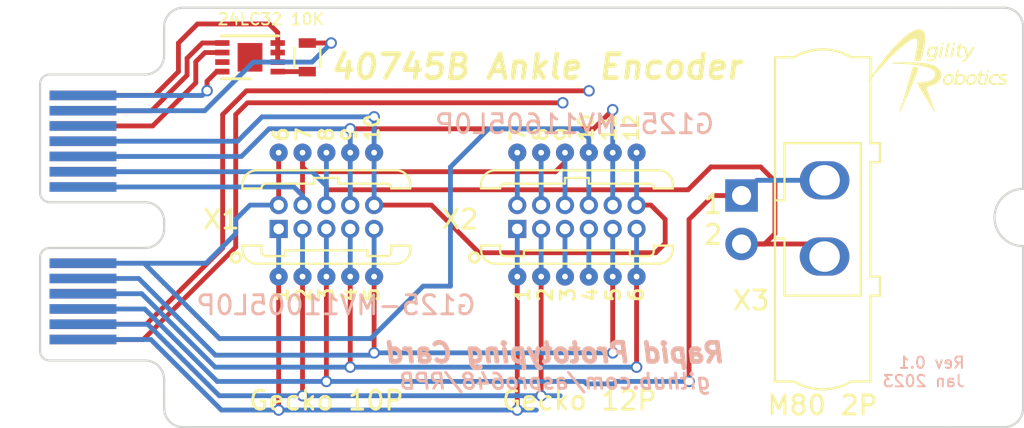
<source format=kicad_pcb>
(kicad_pcb (version 20171130) (host pcbnew "(5.1.12)-1")

  (general
    (thickness 1.6)
    (drawings 12)
    (tracks 186)
    (zones 0)
    (modules 12)
    (nets 33)
  )

  (page A)
  (title_block
    (title "Beetje 32U4 Blok")
    (date 2018-08-10)
    (rev 0.0)
    (company www.MakersBox.us)
    (comment 1 648.ken@gmail.com)
  )

  (layers
    (0 F.Cu signal)
    (31 B.Cu signal)
    (32 B.Adhes user)
    (33 F.Adhes user)
    (34 B.Paste user)
    (35 F.Paste user)
    (36 B.SilkS user)
    (37 F.SilkS user)
    (38 B.Mask user)
    (39 F.Mask user)
    (40 Dwgs.User user)
    (41 Cmts.User user)
    (42 Eco1.User user)
    (43 Eco2.User user)
    (44 Edge.Cuts user)
    (45 Margin user)
    (46 B.CrtYd user hide)
    (47 F.CrtYd user)
    (48 B.Fab user hide)
    (49 F.Fab user)
  )

  (setup
    (last_trace_width 0.254)
    (user_trace_width 0.3048)
    (user_trace_width 0.3556)
    (user_trace_width 0.4064)
    (user_trace_width 0.6096)
    (trace_clearance 0.2)
    (zone_clearance 0.35)
    (zone_45_only no)
    (trace_min 0.2)
    (via_size 0.6)
    (via_drill 0.4)
    (via_min_size 0.4)
    (via_min_drill 0.3)
    (uvia_size 0.3)
    (uvia_drill 0.1)
    (uvias_allowed no)
    (uvia_min_size 0.2)
    (uvia_min_drill 0.1)
    (edge_width 0.15)
    (segment_width 0.2)
    (pcb_text_width 0.3)
    (pcb_text_size 1.5 1.5)
    (mod_edge_width 0.15)
    (mod_text_size 1 1)
    (mod_text_width 0.15)
    (pad_size 0.5 3.500001)
    (pad_drill 0)
    (pad_to_mask_clearance 0)
    (aux_axis_origin 0 0)
    (visible_elements 7FFFFFFF)
    (pcbplotparams
      (layerselection 0x010f0_ffffffff)
      (usegerberextensions true)
      (usegerberattributes true)
      (usegerberadvancedattributes true)
      (creategerberjobfile false)
      (excludeedgelayer true)
      (linewidth 0.100000)
      (plotframeref false)
      (viasonmask false)
      (mode 1)
      (useauxorigin false)
      (hpglpennumber 1)
      (hpglpenspeed 20)
      (hpglpendiameter 15.000000)
      (psnegative false)
      (psa4output false)
      (plotreference true)
      (plotvalue true)
      (plotinvisibletext false)
      (padsonsilk false)
      (subtractmaskfromsilk false)
      (outputformat 1)
      (mirror false)
      (drillshape 0)
      (scaleselection 1)
      (outputdirectory "gerbers/"))
  )

  (net 0 "")
  (net 1 /10)
  (net 2 /01)
  (net 3 /02)
  (net 4 /04)
  (net 5 /05)
  (net 6 /06)
  (net 7 /07)
  (net 8 /08)
  (net 9 /09)
  (net 10 /11)
  (net 11 /12)
  (net 12 /13)
  (net 13 /14)
  (net 14 /15)
  (net 15 /16)
  (net 16 /17)
  (net 17 /18)
  (net 18 /19)
  (net 19 /20)
  (net 20 /03)
  (net 21 /D2_SDA)
  (net 22 GND)
  (net 23 /D3_SCL)
  (net 24 +5V)
  (net 25 /RESET)
  (net 26 /A)
  (net 27 "Net-(J6-Pad3)")
  (net 28 "Net-(J7-Pad2)")
  (net 29 "Net-(R1-Pad1)")
  (net 30 "Net-(U1-Pad7)")
  (net 31 "Net-(J6-Pad4)")
  (net 32 "Net-(J7-Pad1)")

  (net_class Default "This is the default net class."
    (clearance 0.2)
    (trace_width 0.254)
    (via_dia 0.6)
    (via_drill 0.4)
    (uvia_dia 0.3)
    (uvia_drill 0.1)
    (add_net +5V)
    (add_net /01)
    (add_net /02)
    (add_net /03)
    (add_net /04)
    (add_net /05)
    (add_net /06)
    (add_net /07)
    (add_net /08)
    (add_net /09)
    (add_net /10)
    (add_net /11)
    (add_net /12)
    (add_net /13)
    (add_net /14)
    (add_net /15)
    (add_net /16)
    (add_net /17)
    (add_net /18)
    (add_net /19)
    (add_net /20)
    (add_net /A)
    (add_net /D2_SDA)
    (add_net /D3_SCL)
    (add_net /RESET)
    (add_net GND)
    (add_net "Net-(J6-Pad3)")
    (add_net "Net-(J6-Pad4)")
    (add_net "Net-(J7-Pad1)")
    (add_net "Net-(J7-Pad2)")
    (add_net "Net-(R1-Pad1)")
    (add_net "Net-(U1-Pad7)")
  )

  (module Connector_PinHeader_2.54mm:PinHeader_1x02_P2.54mm_Vertical (layer F.Cu) (tedit 6385357F) (tstamp 63860D0F)
    (at 36.75 -11.25)
    (descr "Through hole straight pin header, 1x02, 2.54mm pitch, single row")
    (tags "Through hole pin header THT 1x02 2.54mm single row")
    (path /639D19C8)
    (fp_text reference J1 (at 0 -2.33) (layer F.SilkS) hide
      (effects (font (size 1 1) (thickness 0.15)))
    )
    (fp_text value "test points" (at 0 4.87) (layer F.Fab)
      (effects (font (size 1 1) (thickness 0.15)))
    )
    (fp_line (start -0.635 -1.27) (end 1.27 -1.27) (layer F.Fab) (width 0.1))
    (fp_line (start 1.27 -1.27) (end 1.27 3.81) (layer F.Fab) (width 0.1))
    (fp_line (start 1.27 3.81) (end -1.27 3.81) (layer F.Fab) (width 0.1))
    (fp_line (start -1.27 3.81) (end -1.27 -0.635) (layer F.Fab) (width 0.1))
    (fp_line (start -1.27 -0.635) (end -0.635 -1.27) (layer F.Fab) (width 0.1))
    (fp_line (start -1.8 -1.8) (end -1.8 4.35) (layer F.CrtYd) (width 0.05))
    (fp_line (start -1.8 4.35) (end 1.8 4.35) (layer F.CrtYd) (width 0.05))
    (fp_line (start 1.8 4.35) (end 1.8 -1.8) (layer F.CrtYd) (width 0.05))
    (fp_line (start 1.8 -1.8) (end -1.8 -1.8) (layer F.CrtYd) (width 0.05))
    (fp_text user %R (at 0 1.27 90) (layer F.Fab)
      (effects (font (size 1 1) (thickness 0.15)))
    )
    (pad 1 thru_hole rect (at 0 0) (size 1.7 1.7) (drill 1) (layers *.Cu *.Mask)
      (net 20 /03))
    (pad 2 thru_hole oval (at 0 2.54) (size 1.7 1.7) (drill 1) (layers *.Cu *.Mask)
      (net 8 /08))
  )

  (module footprints:Harwin_Gecko-G125-MVX1205L0X_2x06_P1.25mm_Vertical (layer F.Cu) (tedit 63711ABB) (tstamp 6384EE6A)
    (at 25 -9.5)
    (descr "Harwin Gecko Connector, 12 pins, dual row male, vertical entry, no latches, PN:G125-MVX1205L0X")
    (tags "connector harwin gecko")
    (path /63932F39)
    (fp_text reference X2 (at -3 -0.5) (layer F.SilkS)
      (effects (font (size 1 1) (thickness 0.15)))
    )
    (fp_text value "Gecko 12P" (at 3.25 9) (layer F.SilkS)
      (effects (font (size 1 1) (thickness 0.15)))
    )
    (fp_line (start 0.3 0.85) (end 0 0.25) (layer F.Fab) (width 0.1))
    (fp_line (start -0.3 0.85) (end 0.3 0.85) (layer F.Fab) (width 0.1))
    (fp_line (start 0 0.25) (end -0.3 0.85) (layer F.Fab) (width 0.1))
    (fp_line (start 8.65 -3.58) (end -2.4 -3.58) (layer F.CrtYd) (width 0.05))
    (fp_line (start 8.65 -2.58) (end 8.65 -3.58) (layer F.CrtYd) (width 0.05))
    (fp_line (start -2.4 -2.58) (end 8.65 -2.58) (layer F.CrtYd) (width 0.05))
    (fp_line (start -2.4 -3.58) (end -2.4 -2.58) (layer F.CrtYd) (width 0.05))
    (fp_line (start 7.15 1.175) (end 7.15 0.875) (layer F.Fab) (width 0.1))
    (fp_line (start -0.9 1.175) (end -0.9 0.875) (layer F.Fab) (width 0.1))
    (fp_line (start -0.9 0.875) (end -0.9 0.875) (layer F.Fab) (width 0.1))
    (fp_line (start -1.9 0.875) (end -0.9 0.875) (layer F.Fab) (width 0.1))
    (fp_line (start -1.9 1.075) (end -1.9 0.875) (layer F.Fab) (width 0.1))
    (fp_line (start 7.15 0.875) (end 7.15 0.875) (layer F.Fab) (width 0.1))
    (fp_line (start 8.15 0.875) (end 7.15 0.875) (layer F.Fab) (width 0.1))
    (fp_line (start 8.15 1.075) (end 8.15 0.875) (layer F.Fab) (width 0.1))
    (fp_line (start 7.15 -2.125) (end 7.15 -2.125) (layer F.Fab) (width 0.1))
    (fp_line (start 8.15 -2.125) (end 7.15 -2.125) (layer F.Fab) (width 0.1))
    (fp_line (start 8.15 -2.325) (end 8.15 -2.125) (layer F.Fab) (width 0.1))
    (fp_line (start -0.9 -2.125) (end -0.9 -2.125) (layer F.Fab) (width 0.1))
    (fp_line (start -1.9 -2.125) (end -0.9 -2.125) (layer F.Fab) (width 0.1))
    (fp_line (start -1.9 -2.325) (end -1.9 -2.125) (layer F.Fab) (width 0.1))
    (fp_line (start 3.75 -2.375) (end 6.9 -2.375) (layer F.Fab) (width 0.1))
    (fp_line (start 3.75 -2.675) (end 3.75 -2.375) (layer F.Fab) (width 0.1))
    (fp_line (start 2.5 -2.675) (end 3.75 -2.675) (layer F.Fab) (width 0.1))
    (fp_line (start 2.5 -2.375) (end 2.5 -2.675) (layer F.Fab) (width 0.1))
    (fp_line (start -0.65 -2.375) (end 2.5 -2.375) (layer F.Fab) (width 0.1))
    (fp_line (start 5.9 1.425) (end 6.9 1.425) (layer F.Fab) (width 0.1))
    (fp_line (start 5.9 1.125) (end 5.9 1.425) (layer F.Fab) (width 0.1))
    (fp_line (start 0.35 1.125) (end 5.9 1.125) (layer F.Fab) (width 0.1))
    (fp_line (start 0.35 1.425) (end 0.35 1.125) (layer F.Fab) (width 0.1))
    (fp_line (start -0.65 1.425) (end 0.35 1.425) (layer F.Fab) (width 0.1))
    (fp_line (start -1.15 1.825) (end 7.4 1.825) (layer F.Fab) (width 0.1))
    (fp_line (start -1.15 -3.075) (end 7.4 -3.075) (layer F.Fab) (width 0.1))
    (fp_line (start 7.15 1.175) (end 7.15 0.875) (layer F.SilkS) (width 0.12))
    (fp_line (start -0.9 1.175) (end -0.9 0.875) (layer F.SilkS) (width 0.12))
    (fp_line (start -0.9 0.875) (end -0.9 0.875) (layer F.SilkS) (width 0.12))
    (fp_line (start -1.9 0.875) (end -0.9 0.875) (layer F.SilkS) (width 0.12))
    (fp_line (start -1.9 1.075) (end -1.9 0.875) (layer F.SilkS) (width 0.12))
    (fp_line (start 7.15 0.875) (end 7.15 0.875) (layer F.SilkS) (width 0.12))
    (fp_line (start 8.15 0.875) (end 7.15 0.875) (layer F.SilkS) (width 0.12))
    (fp_line (start 8.15 1.075) (end 8.15 0.875) (layer F.SilkS) (width 0.12))
    (fp_line (start 7.15 -2.125) (end 7.15 -2.125) (layer F.SilkS) (width 0.12))
    (fp_line (start 8.15 -2.125) (end 7.15 -2.125) (layer F.SilkS) (width 0.12))
    (fp_line (start 8.15 -2.325) (end 8.15 -2.125) (layer F.SilkS) (width 0.12))
    (fp_line (start -0.9 -2.125) (end -0.9 -2.125) (layer F.SilkS) (width 0.12))
    (fp_line (start -1.9 -2.125) (end -0.9 -2.125) (layer F.SilkS) (width 0.12))
    (fp_line (start -1.9 -2.325) (end -1.9 -2.125) (layer F.SilkS) (width 0.12))
    (fp_line (start 3.75 -2.375) (end 6.9 -2.375) (layer F.SilkS) (width 0.12))
    (fp_line (start 3.75 -2.675) (end 3.75 -2.375) (layer F.SilkS) (width 0.12))
    (fp_line (start 2.5 -2.675) (end 3.75 -2.675) (layer F.SilkS) (width 0.12))
    (fp_line (start 2.5 -2.375) (end 2.5 -2.675) (layer F.SilkS) (width 0.12))
    (fp_line (start -0.65 -2.375) (end 2.5 -2.375) (layer F.SilkS) (width 0.12))
    (fp_line (start 5.9 1.425) (end 6.9 1.425) (layer F.SilkS) (width 0.12))
    (fp_line (start 5.9 1.125) (end 5.9 1.425) (layer F.SilkS) (width 0.12))
    (fp_line (start 0.35 1.125) (end 5.9 1.125) (layer F.SilkS) (width 0.12))
    (fp_line (start 0.35 1.425) (end 0.35 1.125) (layer F.SilkS) (width 0.12))
    (fp_line (start -0.65 1.425) (end 0.35 1.425) (layer F.SilkS) (width 0.12))
    (fp_line (start -1.15 1.825) (end 7.4 1.825) (layer F.SilkS) (width 0.12))
    (fp_line (start -1.15 -3.075) (end 7.4 -3.075) (layer F.SilkS) (width 0.12))
    (fp_circle (center -2.25 1.5) (end -2 1.5) (layer F.SilkS) (width 0.15))
    (fp_arc (start -1.15 -2.325) (end -1.9 -2.325) (angle 90) (layer F.SilkS) (width 0.12))
    (fp_arc (start 7.4 -2.325) (end 7.4 -3.075) (angle 90) (layer F.SilkS) (width 0.12))
    (fp_arc (start 7.4 1.075) (end 8.15 1.075) (angle 90) (layer F.SilkS) (width 0.12))
    (fp_arc (start -1.15 1.075) (end -1.15 1.825) (angle 90) (layer F.SilkS) (width 0.12))
    (fp_arc (start -0.65 -2.125) (end -0.9 -2.125) (angle 90) (layer F.SilkS) (width 0.12))
    (fp_arc (start 6.9 -2.125) (end 6.9 -2.375) (angle 90) (layer F.SilkS) (width 0.12))
    (fp_arc (start 6.9 1.175) (end 7.15 1.175) (angle 90) (layer F.SilkS) (width 0.12))
    (fp_arc (start -0.65 1.175) (end -0.65 1.425) (angle 90) (layer F.SilkS) (width 0.12))
    (fp_arc (start -1.15 -2.325) (end -1.9 -2.325) (angle 90) (layer F.Fab) (width 0.1))
    (fp_arc (start 7.4 -2.325) (end 7.4 -3.075) (angle 90) (layer F.Fab) (width 0.1))
    (fp_arc (start 7.4 1.075) (end 8.15 1.075) (angle 90) (layer F.Fab) (width 0.1))
    (fp_arc (start -1.15 1.075) (end -1.15 1.825) (angle 90) (layer F.Fab) (width 0.1))
    (fp_arc (start -0.65 -2.125) (end -0.9 -2.125) (angle 90) (layer F.Fab) (width 0.1))
    (fp_arc (start 6.9 -2.125) (end 6.9 -2.375) (angle 90) (layer F.Fab) (width 0.1))
    (fp_arc (start 6.9 1.175) (end 7.15 1.175) (angle 90) (layer F.Fab) (width 0.1))
    (fp_arc (start -0.65 1.175) (end -0.65 1.425) (angle 90) (layer F.Fab) (width 0.1))
    (fp_text user %R (at 3.125 0) (layer F.Fab)
      (effects (font (size 1 1) (thickness 0.15)))
    )
    (fp_text user G125-MV11605L0P (at 3 -5.5) (layer B.SilkS)
      (effects (font (size 1 1) (thickness 0.15)) (justify mirror))
    )
    (pad 1 thru_hole rect (at 0 0) (size 0.95 0.95) (drill 0.55) (layers *.Cu *.Mask)
      (net 2 /01))
    (pad 2 thru_hole circle (at 1.25 0) (size 0.95 0.95) (drill 0.55) (layers *.Cu *.Mask)
      (net 3 /02))
    (pad 3 thru_hole circle (at 2.5 0) (size 0.95 0.95) (drill 0.55) (layers *.Cu *.Mask)
      (net 27 "Net-(J6-Pad3)"))
    (pad 4 thru_hole circle (at 3.75 0) (size 0.95 0.95) (drill 0.55) (layers *.Cu *.Mask)
      (net 31 "Net-(J6-Pad4)"))
    (pad 5 thru_hole circle (at 5 0) (size 0.95 0.95) (drill 0.55) (layers *.Cu *.Mask)
      (net 5 /05))
    (pad 6 thru_hole circle (at 6.25 0) (size 0.95 0.95) (drill 0.55) (layers *.Cu *.Mask)
      (net 4 /04))
    (pad 7 thru_hole circle (at 0 -1.25) (size 0.95 0.95) (drill 0.55) (layers *.Cu *.Mask)
      (net 32 "Net-(J7-Pad1)"))
    (pad 8 thru_hole circle (at 1.25 -1.25) (size 0.95 0.95) (drill 0.55) (layers *.Cu *.Mask)
      (net 28 "Net-(J7-Pad2)"))
    (pad 9 thru_hole circle (at 2.5 -1.25) (size 0.95 0.95) (drill 0.55) (layers *.Cu *.Mask)
      (net 7 /07))
    (pad 10 thru_hole circle (at 3.75 -1.25) (size 0.95 0.95) (drill 0.55) (layers *.Cu *.Mask)
      (net 6 /06))
    (pad 11 thru_hole circle (at 5 -1.25) (size 0.95 0.95) (drill 0.55) (layers *.Cu *.Mask)
      (net 9 /09))
    (pad 12 thru_hole circle (at 6.25 -1.25) (size 0.95 0.95) (drill 0.55) (layers *.Cu *.Mask)
      (net 1 /10))
    (model ${KIPRJMOD}/3D/G125-MV11205L0P.stp
      (offset (xyz 3 0.5 1.5))
      (scale (xyz 1 1 1))
      (rotate (xyz -90 0 0))
    )
  )

  (module footprints:test_pads_125mm_x06 (layer F.Cu) (tedit 63842995) (tstamp 6385FBD5)
    (at 25 -7)
    (descr "Harwin Gecko Connector, 6 pins, dual row female, vertical entry, PN:G125-FVX0605L0X")
    (tags "connector harwin gecko")
    (path /638A1ABB)
    (fp_text reference J6 (at 1 1.5) (layer F.SilkS) hide
      (effects (font (size 0.8 0.8) (thickness 0.15)))
    )
    (fp_text value "test points" (at 4 -1.5) (layer F.Fab)
      (effects (font (size 1 1) (thickness 0.15)))
    )
    (fp_line (start 0 0) (end -0.3 -0.6) (layer F.Fab) (width 0.1))
    (fp_line (start -0.3 -0.6) (end 0.3 -0.6) (layer F.Fab) (width 0.1))
    (fp_line (start 0.3 -0.6) (end 0 0) (layer F.Fab) (width 0.1))
    (fp_text user %R (at 1.25 0) (layer F.Fab)
      (effects (font (size 1 1) (thickness 0.15)))
    )
    (pad 6 thru_hole circle (at 6.25 0) (size 0.95 0.95) (drill 0.3) (layers *.Cu *.Mask)
      (net 4 /04))
    (pad 5 thru_hole circle (at 5 0) (size 0.95 0.95) (drill 0.3) (layers *.Cu *.Mask)
      (net 5 /05))
    (pad 4 thru_hole circle (at 3.75 0) (size 0.95 0.95) (drill 0.3) (layers *.Cu *.Mask)
      (net 31 "Net-(J6-Pad4)"))
    (pad 1 thru_hole circle (at 0 0) (size 0.95 0.95) (drill 0.3) (layers *.Cu *.Mask)
      (net 2 /01))
    (pad 2 thru_hole circle (at 1.25 0) (size 0.95 0.95) (drill 0.3) (layers *.Cu *.Mask)
      (net 3 /02))
    (pad 3 thru_hole circle (at 2.5 0) (size 0.95 0.95) (drill 0.3) (layers *.Cu *.Mask)
      (net 27 "Net-(J6-Pad3)"))
    (model ${KISYS3DMOD}/Connector_Harwin.3dshapes/Harwin_Gecko-G125-FVX0605L0X_2x03_P1.25mm_Vertical.wrl
      (at (xyz 0 0 0))
      (scale (xyz 1 1 1))
      (rotate (xyz 0 0 0))
    )
  )

  (module footprints:test_pads_125mm_x05 (layer F.Cu) (tedit 638429A5) (tstamp 6385FB7C)
    (at 12.5 -13.5)
    (descr "Harwin Gecko Connector, 6 pins, dual row female, vertical entry, PN:G125-FVX0605L0X")
    (tags "connector harwin gecko")
    (path /638A2CE8)
    (fp_text reference J9 (at 1 1.5) (layer F.SilkS) hide
      (effects (font (size 0.8 0.8) (thickness 0.15)))
    )
    (fp_text value "test points" (at 2.5 -1.5) (layer F.Fab)
      (effects (font (size 0.8 0.8) (thickness 0.15)))
    )
    (fp_line (start 0.3 -0.6) (end 0 0) (layer F.Fab) (width 0.1))
    (fp_line (start -0.3 -0.6) (end 0.3 -0.6) (layer F.Fab) (width 0.1))
    (fp_line (start 0 0) (end -0.3 -0.6) (layer F.Fab) (width 0.1))
    (fp_text user %R (at 1.25 0) (layer F.Fab)
      (effects (font (size 1 1) (thickness 0.15)))
    )
    (pad 3 thru_hole circle (at 2.5 0) (size 0.95 0.95) (drill 0.3) (layers *.Cu *.Mask)
      (net 8 /08))
    (pad 2 thru_hole circle (at 1.25 0) (size 0.95 0.95) (drill 0.3) (layers *.Cu *.Mask)
      (net 7 /07))
    (pad 1 thru_hole circle (at 0 0) (size 0.95 0.95) (drill 0.3) (layers *.Cu *.Mask)
      (net 6 /06))
    (pad 4 thru_hole circle (at 3.75 0) (size 0.95 0.95) (drill 0.3) (layers *.Cu *.Mask)
      (net 9 /09))
    (pad 5 thru_hole circle (at 5 0) (size 0.95 0.95) (drill 0.3) (layers *.Cu *.Mask)
      (net 1 /10))
    (model ${KISYS3DMOD}/Connector_Harwin.3dshapes/Harwin_Gecko-G125-FVX0605L0X_2x03_P1.25mm_Vertical.wrl
      (at (xyz 0 0 0))
      (scale (xyz 1 1 1))
      (rotate (xyz 0 0 0))
    )
  )

  (module footprints:test_pads_125mm_x06 (layer F.Cu) (tedit 63842995) (tstamp 63860660)
    (at 25 -13.5)
    (descr "Harwin Gecko Connector, 6 pins, dual row female, vertical entry, PN:G125-FVX0605L0X")
    (tags "connector harwin gecko")
    (path /638A0B50)
    (fp_text reference J7 (at 1 1.5) (layer F.SilkS) hide
      (effects (font (size 0.8 0.8) (thickness 0.15)))
    )
    (fp_text value "test points" (at 4 -1.5) (layer F.Fab)
      (effects (font (size 1 1) (thickness 0.15)))
    )
    (fp_line (start 0.3 -0.6) (end 0 0) (layer F.Fab) (width 0.1))
    (fp_line (start -0.3 -0.6) (end 0.3 -0.6) (layer F.Fab) (width 0.1))
    (fp_line (start 0 0) (end -0.3 -0.6) (layer F.Fab) (width 0.1))
    (fp_text user %R (at 1.25 0) (layer F.Fab)
      (effects (font (size 1 1) (thickness 0.15)))
    )
    (pad 3 thru_hole circle (at 2.5 0) (size 0.95 0.95) (drill 0.3) (layers *.Cu *.Mask)
      (net 7 /07))
    (pad 2 thru_hole circle (at 1.25 0) (size 0.95 0.95) (drill 0.3) (layers *.Cu *.Mask)
      (net 28 "Net-(J7-Pad2)"))
    (pad 1 thru_hole circle (at 0 0) (size 0.95 0.95) (drill 0.3) (layers *.Cu *.Mask)
      (net 32 "Net-(J7-Pad1)"))
    (pad 4 thru_hole circle (at 3.75 0) (size 0.95 0.95) (drill 0.3) (layers *.Cu *.Mask)
      (net 6 /06))
    (pad 5 thru_hole circle (at 5 0) (size 0.95 0.95) (drill 0.3) (layers *.Cu *.Mask)
      (net 9 /09))
    (pad 6 thru_hole circle (at 6.25 0) (size 0.95 0.95) (drill 0.3) (layers *.Cu *.Mask)
      (net 1 /10))
    (model ${KISYS3DMOD}/Connector_Harwin.3dshapes/Harwin_Gecko-G125-FVX0605L0X_2x03_P1.25mm_Vertical.wrl
      (at (xyz 0 0 0))
      (scale (xyz 1 1 1))
      (rotate (xyz 0 0 0))
    )
  )

  (module footprints:MEC8-113-CARD_2 locked (layer F.Cu) (tedit 637EA67F) (tstamp 6384E542)
    (at 0 -0.1 90)
    (path /63771AB0)
    (fp_text reference X0 (at 4.375 -1.25 90) (layer F.Fab)
      (effects (font (size 1 1) (thickness 0.15)))
    )
    (fp_text value "Card Edge" (at 10.9 -1 90) (layer F.Fab)
      (effects (font (size 1 1) (thickness 0.15)))
    )
    (fp_line (start -1 47.5) (end -1 7.5) (layer Edge.Cuts) (width 0.12))
    (fp_line (start 21 7.5) (end 21 47.5) (layer Edge.Cuts) (width 0.12))
    (fp_line (start 11.5 51.5) (end 19 51.5) (layer Edge.Cuts) (width 0.12))
    (fp_line (start 8.5 51.5) (end 1 51.5) (layer Edge.Cuts) (width 0.12))
    (fp_line (start 10 11.5) (end 10 48.5) (layer Dwgs.User) (width 0.12))
    (fp_line (start 1 6.5) (end 1.5 6.5) (layer Edge.Cuts) (width 0.12))
    (fp_line (start 18.5 6.5) (end 19 6.5) (layer Edge.Cuts) (width 0.12))
    (fp_line (start 17.5 0.5) (end 17.5 5.5) (layer Edge.Cuts) (width 0.12))
    (fp_line (start 2.5 0.5) (end 2.5 5.5) (layer Edge.Cuts) (width 0.12))
    (fp_line (start 8.4 0.5) (end 8.4 5.5) (layer Edge.Cuts) (width 0.12))
    (fp_line (start 10.8 5.5) (end 10.8 0.5) (layer Edge.Cuts) (width 0.12))
    (fp_line (start 9.4 6.5) (end 9.8 6.5) (layer Edge.Cuts) (width 0.12))
    (fp_line (start 3 0) (end 7.9 0) (layer Edge.Cuts) (width 0.12))
    (fp_line (start 17 0) (end 11.3 0) (layer Edge.Cuts) (width 0.12))
    (fp_line (start 0 6.5) (end 1 6.5) (layer Edge.Cuts) (width 0.12))
    (fp_line (start 19 6.5) (end 20 6.5) (layer Edge.Cuts) (width 0.12))
    (fp_line (start -1 50.5) (end -1 47.5) (layer Edge.Cuts) (width 0.12))
    (fp_line (start 0 51.5) (end 1 51.5) (layer Edge.Cuts) (width 0.12))
    (fp_line (start 19 51.5) (end 20 51.5) (layer Edge.Cuts) (width 0.12))
    (fp_line (start 21 50.5) (end 21 47.5) (layer Edge.Cuts) (width 0.12))
    (fp_arc (start 10 51.5) (end 11.5 51.5) (angle -180) (layer Edge.Cuts) (width 0.12))
    (fp_arc (start 20 50.5) (end 20 51.5) (angle -90) (layer Edge.Cuts) (width 0.12))
    (fp_arc (start 0 50.5) (end -1 50.5) (angle -90) (layer Edge.Cuts) (width 0.12))
    (fp_arc (start 0 7.5) (end 0 6.5) (angle -90) (layer Edge.Cuts) (width 0.12))
    (fp_arc (start 20 7.5) (end 21 7.5) (angle -90) (layer Edge.Cuts) (width 0.12))
    (fp_arc (start 18.5 5.5) (end 17.5 5.5) (angle -90) (layer Edge.Cuts) (width 0.12))
    (fp_arc (start 1.5 5.5) (end 1.5 6.5) (angle -90) (layer Edge.Cuts) (width 0.12))
    (fp_arc (start 9.4 5.5) (end 8.4 5.5) (angle -90) (layer Edge.Cuts) (width 0.12))
    (fp_arc (start 9.8 5.5) (end 9.8 6.5) (angle -90) (layer Edge.Cuts) (width 0.12))
    (fp_arc (start 7.9 0.5) (end 8.4 0.5) (angle -90) (layer Edge.Cuts) (width 0.12))
    (fp_arc (start 11.3 0.5) (end 11.3 0) (angle -90) (layer Edge.Cuts) (width 0.12))
    (fp_arc (start 17 0.5) (end 17.5 0.5) (angle -90) (layer Edge.Cuts) (width 0.12))
    (fp_arc (start 3 0.5) (end 3 0) (angle -90) (layer Edge.Cuts) (width 0.12))
    (fp_arc (start 10 51.5) (end 13.5 51.5) (angle -180) (layer Dwgs.User) (width 0.12))
    (pad 14 smd rect (at 3.6 2.25 90) (size 0.5 3.5) (layers F.Cu F.Paste F.Mask)
      (net 10 /11))
    (pad 1 smd rect (at 3.6 2.25 90) (size 0.5 3.5) (layers B.Cu B.Paste B.Mask)
      (net 2 /01))
    (pad 15 smd rect (at 4.4 2.25 90) (size 0.5 3.5) (layers F.Cu F.Paste F.Mask)
      (net 11 /12))
    (pad 2 smd rect (at 4.4 2.25 90) (size 0.5 3.5) (layers B.Cu B.Paste B.Mask)
      (net 3 /02))
    (pad 16 smd rect (at 5.2 2.25 90) (size 0.5 3.5) (layers F.Cu F.Paste F.Mask)
      (net 12 /13))
    (pad 3 smd rect (at 5.2 2.25 90) (size 0.5 3.5) (layers B.Cu B.Paste B.Mask)
      (net 20 /03))
    (pad 17 smd rect (at 6 2.25 90) (size 0.5 3.5) (layers F.Cu F.Paste F.Mask)
      (net 13 /14))
    (pad 4 smd rect (at 6 2.25 90) (size 0.5 3.5) (layers B.Cu B.Paste B.Mask)
      (net 4 /04))
    (pad 18 smd rect (at 6.8 2.25 90) (size 0.5 3.5) (layers F.Cu F.Paste F.Mask)
      (net 14 /15))
    (pad 5 smd rect (at 6.8 2.25 90) (size 0.5 3.5) (layers B.Cu B.Paste B.Mask)
      (net 5 /05))
    (pad 19 smd rect (at 7.6 2.25 90) (size 0.5 3.5) (layers F.Cu F.Paste F.Mask)
      (net 15 /16))
    (pad 6 smd rect (at 7.6 2.25 90) (size 0.5 3.5) (layers B.Cu B.Paste B.Mask)
      (net 6 /06))
    (pad 20 smd rect (at 11.6 2.25 90) (size 0.5 3.5) (layers F.Cu F.Paste F.Mask)
      (net 16 /17))
    (pad 7 smd rect (at 11.6 2.25 90) (size 0.5 3.5) (layers B.Cu B.Paste B.Mask)
      (net 7 /07))
    (pad 21 smd rect (at 12.4 2.25 90) (size 0.5 3.5) (layers F.Cu F.Paste F.Mask)
      (net 17 /18))
    (pad 8 smd rect (at 12.4 2.25 90) (size 0.5 3.5) (layers B.Cu B.Paste B.Mask)
      (net 8 /08))
    (pad 22 smd rect (at 13.2 2.25 90) (size 0.5 3.5) (layers F.Cu F.Paste F.Mask)
      (net 18 /19))
    (pad 9 smd rect (at 13.2 2.25 90) (size 0.5 3.5) (layers B.Cu B.Paste B.Mask)
      (net 9 /09))
    (pad 23 smd rect (at 14 2.25 90) (size 0.5 3.5) (layers F.Cu F.Paste F.Mask)
      (net 19 /20))
    (pad 10 smd rect (at 14 2.25 90) (size 0.5 3.5) (layers B.Cu B.Paste B.Mask)
      (net 1 /10))
    (pad 24 smd rect (at 14.8 2.25 90) (size 0.5 3.5) (layers F.Cu F.Paste F.Mask)
      (net 23 /D3_SCL))
    (pad 11 smd rect (at 14.8 2.25 90) (size 0.5 3.5) (layers B.Cu B.Paste B.Mask)
      (net 25 /RESET))
    (pad 25 smd rect (at 15.6 2.25 90) (size 0.5 3.5) (layers F.Cu F.Paste F.Mask)
      (net 21 /D2_SDA))
    (pad 12 smd rect (at 15.6 2.25 90) (size 0.5 3.5) (layers B.Cu B.Paste B.Mask)
      (net 26 /A))
    (pad 26 smd rect (at 16.4 2.25 90) (size 0.5 3.5) (layers F.Cu F.Paste F.Mask)
      (net 22 GND))
    (pad 13 smd rect (at 16.4 2.25 90) (size 0.5 3.5) (layers B.Cu B.Paste B.Mask)
      (net 24 +5V))
  )

  (module footprints:Harwin_Gecko-G125-MVX1005L0X_2x05_P1.25mm_Vertical (layer F.Cu) (tedit 637BFDB7) (tstamp 63CAFDC2)
    (at 12.5 -9.5)
    (descr "Harwin Gecko Connector, 10 pins, dual row male, vertical entry, no latches, PN:G125-MVX1005L0X")
    (tags "connector harwin gecko")
    (path /6392C782)
    (fp_text reference X1 (at -3 -0.5) (layer F.SilkS)
      (effects (font (size 1 1) (thickness 0.15)))
    )
    (fp_text value "Gecko 10P" (at 2.5 9) (layer F.SilkS)
      (effects (font (size 1 1) (thickness 0.15)))
    )
    (fp_circle (center -2.25 1.5) (end -2 1.5) (layer F.SilkS) (width 0.15))
    (fp_line (start -1.15 -3.075) (end 6.15 -3.075) (layer F.SilkS) (width 0.12))
    (fp_line (start -1.15 1.825) (end 6.15 1.825) (layer F.SilkS) (width 0.12))
    (fp_line (start -0.65 1.425) (end 0.35 1.425) (layer F.SilkS) (width 0.12))
    (fp_line (start 0.35 1.425) (end 0.35 1.125) (layer F.SilkS) (width 0.12))
    (fp_line (start 0.35 1.125) (end 4.65 1.125) (layer F.SilkS) (width 0.12))
    (fp_line (start 4.65 1.125) (end 4.65 1.425) (layer F.SilkS) (width 0.12))
    (fp_line (start 4.65 1.425) (end 5.65 1.425) (layer F.SilkS) (width 0.12))
    (fp_line (start -0.65 -2.375) (end 1.875 -2.375) (layer F.SilkS) (width 0.12))
    (fp_line (start 1.875 -2.375) (end 1.875 -2.675) (layer F.SilkS) (width 0.12))
    (fp_line (start 1.875 -2.675) (end 3.125 -2.675) (layer F.SilkS) (width 0.12))
    (fp_line (start 3.125 -2.675) (end 3.125 -2.375) (layer F.SilkS) (width 0.12))
    (fp_line (start 3.125 -2.375) (end 5.65 -2.375) (layer F.SilkS) (width 0.12))
    (fp_line (start -1.9 -2.325) (end -1.9 -2.125) (layer F.SilkS) (width 0.12))
    (fp_line (start -1.9 -2.125) (end -0.9 -2.125) (layer F.SilkS) (width 0.12))
    (fp_line (start -0.9 -2.125) (end -0.9 -2.125) (layer F.SilkS) (width 0.12))
    (fp_line (start 6.9 -2.325) (end 6.9 -2.125) (layer F.SilkS) (width 0.12))
    (fp_line (start 6.9 -2.125) (end 5.9 -2.125) (layer F.SilkS) (width 0.12))
    (fp_line (start 5.9 -2.125) (end 5.9 -2.125) (layer F.SilkS) (width 0.12))
    (fp_line (start 6.9 1.075) (end 6.9 0.875) (layer F.SilkS) (width 0.12))
    (fp_line (start 6.9 0.875) (end 5.9 0.875) (layer F.SilkS) (width 0.12))
    (fp_line (start 5.9 0.875) (end 5.9 0.875) (layer F.SilkS) (width 0.12))
    (fp_line (start -1.9 1.075) (end -1.9 0.875) (layer F.SilkS) (width 0.12))
    (fp_line (start -1.9 0.875) (end -0.9 0.875) (layer F.SilkS) (width 0.12))
    (fp_line (start -0.9 0.875) (end -0.9 0.875) (layer F.SilkS) (width 0.12))
    (fp_line (start -0.9 1.175) (end -0.9 0.875) (layer F.SilkS) (width 0.12))
    (fp_line (start 5.9 1.175) (end 5.9 0.875) (layer F.SilkS) (width 0.12))
    (fp_line (start -1.15 -3.075) (end 6.15 -3.075) (layer F.Fab) (width 0.1))
    (fp_line (start -1.15 1.825) (end 6.15 1.825) (layer F.Fab) (width 0.1))
    (fp_line (start -0.65 1.425) (end 0.35 1.425) (layer F.Fab) (width 0.1))
    (fp_line (start 0.35 1.425) (end 0.35 1.125) (layer F.Fab) (width 0.1))
    (fp_line (start 0.35 1.125) (end 4.65 1.125) (layer F.Fab) (width 0.1))
    (fp_line (start 4.65 1.125) (end 4.65 1.425) (layer F.Fab) (width 0.1))
    (fp_line (start 4.65 1.425) (end 5.65 1.425) (layer F.Fab) (width 0.1))
    (fp_line (start -0.65 -2.375) (end 1.875 -2.375) (layer F.Fab) (width 0.1))
    (fp_line (start 1.875 -2.375) (end 1.875 -2.675) (layer F.Fab) (width 0.1))
    (fp_line (start 1.875 -2.675) (end 3.125 -2.675) (layer F.Fab) (width 0.1))
    (fp_line (start 3.125 -2.675) (end 3.125 -2.375) (layer F.Fab) (width 0.1))
    (fp_line (start 3.125 -2.375) (end 5.65 -2.375) (layer F.Fab) (width 0.1))
    (fp_line (start -1.9 -2.325) (end -1.9 -2.125) (layer F.Fab) (width 0.1))
    (fp_line (start -1.9 -2.125) (end -0.9 -2.125) (layer F.Fab) (width 0.1))
    (fp_line (start -0.9 -2.125) (end -0.9 -2.125) (layer F.Fab) (width 0.1))
    (fp_line (start 6.9 -2.325) (end 6.9 -2.125) (layer F.Fab) (width 0.1))
    (fp_line (start 6.9 -2.125) (end 5.9 -2.125) (layer F.Fab) (width 0.1))
    (fp_line (start 5.9 -2.125) (end 5.9 -2.125) (layer F.Fab) (width 0.1))
    (fp_line (start 6.9 1.075) (end 6.9 0.875) (layer F.Fab) (width 0.1))
    (fp_line (start 6.9 0.875) (end 5.9 0.875) (layer F.Fab) (width 0.1))
    (fp_line (start 5.9 0.875) (end 5.9 0.875) (layer F.Fab) (width 0.1))
    (fp_line (start -1.9 1.075) (end -1.9 0.875) (layer F.Fab) (width 0.1))
    (fp_line (start -1.9 0.875) (end -0.9 0.875) (layer F.Fab) (width 0.1))
    (fp_line (start -0.9 0.875) (end -0.9 0.875) (layer F.Fab) (width 0.1))
    (fp_line (start -0.9 1.175) (end -0.9 0.875) (layer F.Fab) (width 0.1))
    (fp_line (start 5.9 1.175) (end 5.9 0.875) (layer F.Fab) (width 0.1))
    (fp_line (start -2.4 -3.58) (end -2.4 -2.58) (layer F.CrtYd) (width 0.05))
    (fp_line (start -2.4 -2.58) (end 7.4 -2.58) (layer F.CrtYd) (width 0.05))
    (fp_line (start 7.4 -2.58) (end 7.4 -3.58) (layer F.CrtYd) (width 0.05))
    (fp_line (start 7.4 -3.58) (end -2.4 -3.58) (layer F.CrtYd) (width 0.05))
    (fp_line (start 0 0.25) (end -0.3 0.85) (layer F.Fab) (width 0.1))
    (fp_line (start -0.3 0.85) (end 0.3 0.85) (layer F.Fab) (width 0.1))
    (fp_line (start 0.3 0.85) (end 0 0.25) (layer F.Fab) (width 0.1))
    (fp_arc (start -1.15 -2.325) (end -1.9 -2.325) (angle 90) (layer F.SilkS) (width 0.12))
    (fp_arc (start 6.15 -2.325) (end 6.15 -3.075) (angle 90) (layer F.SilkS) (width 0.12))
    (fp_arc (start 6.15 1.075) (end 6.9 1.075) (angle 90) (layer F.SilkS) (width 0.12))
    (fp_arc (start -1.15 1.075) (end -1.15 1.825) (angle 90) (layer F.SilkS) (width 0.12))
    (fp_arc (start -0.65 -2.125) (end -0.9 -2.125) (angle 90) (layer F.SilkS) (width 0.12))
    (fp_arc (start 5.65 -2.125) (end 5.65 -2.375) (angle 90) (layer F.SilkS) (width 0.12))
    (fp_arc (start 5.65 1.175) (end 5.9 1.175) (angle 90) (layer F.SilkS) (width 0.12))
    (fp_arc (start -0.65 1.175) (end -0.65 1.425) (angle 90) (layer F.SilkS) (width 0.12))
    (fp_arc (start -1.15 -2.325) (end -1.9 -2.325) (angle 90) (layer F.Fab) (width 0.1))
    (fp_arc (start 6.15 -2.325) (end 6.15 -3.075) (angle 90) (layer F.Fab) (width 0.1))
    (fp_arc (start 6.15 1.075) (end 6.9 1.075) (angle 90) (layer F.Fab) (width 0.1))
    (fp_arc (start -1.15 1.075) (end -1.15 1.825) (angle 90) (layer F.Fab) (width 0.1))
    (fp_arc (start -0.65 -2.125) (end -0.9 -2.125) (angle 90) (layer F.Fab) (width 0.1))
    (fp_arc (start 5.65 -2.125) (end 5.65 -2.375) (angle 90) (layer F.Fab) (width 0.1))
    (fp_arc (start 5.65 1.175) (end 5.9 1.175) (angle 90) (layer F.Fab) (width 0.1))
    (fp_arc (start -0.65 1.175) (end -0.65 1.425) (angle 90) (layer F.Fab) (width 0.1))
    (fp_text user %R (at 2.5 0) (layer F.Fab)
      (effects (font (size 1 1) (thickness 0.15)))
    )
    (fp_text user G125-MV11005L0P (at 3 4) (layer B.SilkS)
      (effects (font (size 1 1) (thickness 0.15)) (justify mirror))
    )
    (pad 1 thru_hole rect (at 0 0) (size 0.95 0.95) (drill 0.55) (layers *.Cu *.Mask)
      (net 2 /01))
    (pad 2 thru_hole circle (at 1.25 0) (size 0.95 0.95) (drill 0.55) (layers *.Cu *.Mask)
      (net 3 /02))
    (pad 3 thru_hole circle (at 2.5 0) (size 0.95 0.95) (drill 0.55) (layers *.Cu *.Mask)
      (net 20 /03))
    (pad 4 thru_hole circle (at 3.75 0) (size 0.95 0.95) (drill 0.55) (layers *.Cu *.Mask)
      (net 4 /04))
    (pad 5 thru_hole circle (at 5 0) (size 0.95 0.95) (drill 0.55) (layers *.Cu *.Mask)
      (net 5 /05))
    (pad 6 thru_hole circle (at 0 -1.25) (size 0.95 0.95) (drill 0.55) (layers *.Cu *.Mask)
      (net 6 /06))
    (pad 7 thru_hole circle (at 1.25 -1.25) (size 0.95 0.95) (drill 0.55) (layers *.Cu *.Mask)
      (net 7 /07))
    (pad 8 thru_hole circle (at 2.5 -1.25) (size 0.95 0.95) (drill 0.55) (layers *.Cu *.Mask)
      (net 8 /08))
    (pad 9 thru_hole circle (at 3.75 -1.25) (size 0.95 0.95) (drill 0.55) (layers *.Cu *.Mask)
      (net 9 /09))
    (pad 10 thru_hole circle (at 5 -1.25) (size 0.95 0.95) (drill 0.55) (layers *.Cu *.Mask)
      (net 1 /10))
    (model ${KISYS3DMOD}/Connector_Harwin.3dshapes/Harwin_Gecko-G125-MVX1005L0X_2x05_P1.25mm_Vertical.wrl
      (at (xyz 0 0 0))
      (scale (xyz 1 1 1))
      (rotate (xyz 0 0 0))
    )
    (model ${KIPRJMOD}/3D/G125-MV11005L0P.stp
      (offset (xyz 2.5 0.5 1.5))
      (scale (xyz 1 1 1))
      (rotate (xyz -90 0 0))
    )
  )

  (module footprints:AR_logo_18mm (layer F.Cu) (tedit 63780F59) (tstamp 637C258B)
    (at 47 -17.75)
    (path /638FF067)
    (fp_text reference G1 (at 0 0) (layer F.SilkS) hide
      (effects (font (size 0.8 0.8) (thickness 0.2)))
    )
    (fp_text value LOGO (at 0.75 0) (layer Dwgs.User)
      (effects (font (size 0.8 0.8) (thickness 0.2)))
    )
    (fp_poly (pts (xy 0.918134 -1.51735) (xy 0.938273 -1.488708) (xy 0.936833 -1.451585) (xy 0.917176 -1.408808)
      (xy 0.875949 -1.397) (xy 0.83753 -1.406217) (xy 0.825677 -1.441776) (xy 0.8255 -1.450581)
      (xy 0.841443 -1.501157) (xy 0.882135 -1.522874) (xy 0.918134 -1.51735)) (layer F.SilkS) (width 0.01))
    (fp_poly (pts (xy 0.327138 -1.519676) (xy 0.336935 -1.495811) (xy 0.334943 -1.46747) (xy 0.318506 -1.419368)
      (xy 0.27889 -1.400615) (xy 0.244362 -1.401325) (xy 0.234565 -1.42519) (xy 0.236557 -1.453531)
      (xy 0.252993 -1.501633) (xy 0.292609 -1.520386) (xy 0.327138 -1.519676)) (layer F.SilkS) (width 0.01))
    (fp_poly (pts (xy 0.878089 -1.299562) (xy 0.884894 -1.276255) (xy 0.883933 -1.234387) (xy 0.874778 -1.169452)
      (xy 0.856996 -1.076948) (xy 0.830159 -0.952367) (xy 0.793834 -0.791206) (xy 0.793209 -0.788459)
      (xy 0.768651 -0.752546) (xy 0.7284 -0.738763) (xy 0.694677 -0.751712) (xy 0.69472 -0.775332)
      (xy 0.702567 -0.832211) (xy 0.716902 -0.91427) (xy 0.736411 -1.013427) (xy 0.740308 -1.03217)
      (xy 0.764308 -1.143455) (xy 0.78305 -1.219809) (xy 0.79902 -1.267922) (xy 0.814699 -1.294482)
      (xy 0.832572 -1.306179) (xy 0.842908 -1.308514) (xy 0.863951 -1.308814) (xy 0.878089 -1.299562)) (layer F.SilkS) (width 0.01))
    (fp_poly (pts (xy 0.625918 -1.515207) (xy 0.635 -1.488291) (xy 0.630918 -1.457327) (xy 0.619797 -1.393499)
      (xy 0.603324 -1.305364) (xy 0.583184 -1.201481) (xy 0.561065 -1.090409) (xy 0.538651 -0.980708)
      (xy 0.517631 -0.880935) (xy 0.49969 -0.79965) (xy 0.497108 -0.788459) (xy 0.472257 -0.75241)
      (xy 0.431725 -0.7389) (xy 0.397883 -0.752173) (xy 0.398364 -0.775529) (xy 0.406619 -0.833492)
      (xy 0.42148 -0.91929) (xy 0.441779 -1.026152) (xy 0.464506 -1.138465) (xy 0.492752 -1.272438)
      (xy 0.514756 -1.370523) (xy 0.532363 -1.438387) (xy 0.547418 -1.481696) (xy 0.561764 -1.506117)
      (xy 0.577246 -1.517316) (xy 0.588735 -1.520181) (xy 0.625918 -1.515207)) (layer F.SilkS) (width 0.01))
    (fp_poly (pts (xy 0.287811 -1.303143) (xy 0.293495 -1.280709) (xy 0.290138 -1.236609) (xy 0.27787 -1.164471)
      (xy 0.256821 -1.057918) (xy 0.254171 -1.044789) (xy 0.230334 -0.926872) (xy 0.21282 -0.844159)
      (xy 0.199234 -0.790426) (xy 0.18718 -0.759449) (xy 0.174263 -0.745007) (xy 0.158088 -0.740876)
      (xy 0.13718 -0.740834) (xy 0.098093 -0.746288) (xy 0.085961 -0.756709) (xy 0.090682 -0.782343)
      (xy 0.102651 -0.840971) (xy 0.120126 -0.924219) (xy 0.141367 -1.023713) (xy 0.144263 -1.037167)
      (xy 0.168582 -1.146995) (xy 0.187484 -1.222033) (xy 0.203578 -1.269054) (xy 0.219474 -1.294833)
      (xy 0.237782 -1.306146) (xy 0.248802 -1.308514) (xy 0.272957 -1.310286) (xy 0.287811 -1.303143)) (layer F.SilkS) (width 0.01))
    (fp_poly (pts (xy 1.248833 -1.456475) (xy 1.243607 -1.433626) (xy 1.230854 -1.386975) (xy 1.229144 -1.380986)
      (xy 1.209455 -1.312334) (xy 1.308519 -1.310248) (xy 1.401468 -1.308508) (xy 1.46155 -1.303022)
      (xy 1.498063 -1.286285) (xy 1.520308 -1.250791) (xy 1.537583 -1.189036) (xy 1.555085 -1.11125)
      (xy 1.575827 -1.028731) (xy 1.595359 -0.965149) (xy 1.61076 -0.9294) (xy 1.616258 -0.924781)
      (xy 1.634703 -0.943377) (xy 1.669102 -0.989677) (xy 1.713351 -1.055247) (xy 1.734224 -1.0878)
      (xy 1.782717 -1.163467) (xy 1.825401 -1.228058) (xy 1.85531 -1.271103) (xy 1.861818 -1.279562)
      (xy 1.896059 -1.304667) (xy 1.933269 -1.312549) (xy 1.959012 -1.303067) (xy 1.960826 -1.280533)
      (xy 1.941495 -1.242917) (xy 1.903282 -1.178074) (xy 1.851193 -1.093727) (xy 1.790232 -0.997602)
      (xy 1.725404 -0.89742) (xy 1.661712 -0.800907) (xy 1.604161 -0.715786) (xy 1.557756 -0.649782)
      (xy 1.527501 -0.610617) (xy 1.525015 -0.6079) (xy 1.476688 -0.571386) (xy 1.416804 -0.544388)
      (xy 1.358898 -0.53087) (xy 1.316507 -0.534795) (xy 1.305837 -0.54372) (xy 1.305646 -0.57739)
      (xy 1.345897 -0.609003) (xy 1.384254 -0.624692) (xy 1.441007 -0.657069) (xy 1.488872 -0.703716)
      (xy 1.532152 -0.761849) (xy 1.471106 -1.015907) (xy 1.447083 -1.11062) (xy 1.425496 -1.18608)
      (xy 1.40856 -1.235201) (xy 1.398487 -1.250898) (xy 1.39789 -1.250274) (xy 1.371078 -1.236983)
      (xy 1.317708 -1.226493) (xy 1.290819 -1.223834) (xy 1.195917 -1.217084) (xy 1.160341 -1.048153)
      (xy 1.142329 -0.949757) (xy 1.139443 -0.885033) (xy 1.154187 -0.847241) (xy 1.189065 -0.829646)
      (xy 1.243106 -0.8255) (xy 1.291961 -0.821607) (xy 1.307193 -0.806906) (xy 1.304014 -0.792019)
      (xy 1.292807 -0.758277) (xy 1.291167 -0.749686) (xy 1.272939 -0.741737) (xy 1.228582 -0.740506)
      (xy 1.173581 -0.744956) (xy 1.123425 -0.754053) (xy 1.09976 -0.762486) (xy 1.055872 -0.795395)
      (xy 1.033328 -0.840832) (xy 1.030361 -0.907401) (xy 1.045206 -1.003704) (xy 1.047749 -1.015995)
      (xy 1.067038 -1.11184) (xy 1.076431 -1.173725) (xy 1.075927 -1.208852) (xy 1.065526 -1.224423)
      (xy 1.04775 -1.227667) (xy 1.019814 -1.240025) (xy 1.019353 -1.268089) (xy 1.043209 -1.29835)
      (xy 1.067405 -1.311759) (xy 1.112724 -1.34885) (xy 1.125613 -1.39061) (xy 1.140346 -1.436388)
      (xy 1.178971 -1.45496) (xy 1.190625 -1.456615) (xy 1.232762 -1.459331) (xy 1.248833 -1.456475)) (layer F.SilkS) (width 0.01))
    (fp_poly (pts (xy -0.164133 -1.302835) (xy -0.112691 -1.280888) (xy -0.078339 -1.260797) (xy -0.061699 -1.267924)
      (xy -0.055729 -1.280888) (xy -0.028823 -1.308519) (xy 0.008227 -1.311193) (xy 0.036874 -1.290956)
      (xy 0.042333 -1.270078) (xy 0.037079 -1.21475) (xy 0.022986 -1.133375) (xy 0.002561 -1.036248)
      (xy -0.021691 -0.933663) (xy -0.047264 -0.835914) (xy -0.071652 -0.753294) (xy -0.092351 -0.696097)
      (xy -0.101611 -0.678717) (xy -0.186741 -0.596783) (xy -0.293804 -0.55032) (xy -0.423825 -0.538966)
      (xy -0.481542 -0.544049) (xy -0.530075 -0.556338) (xy -0.54856 -0.582756) (xy -0.550333 -0.604995)
      (xy -0.545584 -0.640714) (xy -0.522748 -0.647753) (xy -0.492125 -0.640695) (xy -0.378797 -0.625403)
      (xy -0.280356 -0.644725) (xy -0.202608 -0.696757) (xy -0.165658 -0.747702) (xy -0.152382 -0.786655)
      (xy -0.169838 -0.797284) (xy -0.218557 -0.779807) (xy -0.229815 -0.774145) (xy -0.322279 -0.745265)
      (xy -0.405801 -0.75316) (xy -0.474352 -0.792373) (xy -0.521899 -0.857446) (xy -0.542411 -0.94292)
      (xy -0.539227 -0.968398) (xy -0.427228 -0.968398) (xy -0.413904 -0.889695) (xy -0.375786 -0.841235)
      (xy -0.319514 -0.824907) (xy -0.251731 -0.842598) (xy -0.179076 -0.896198) (xy -0.1778 -0.897467)
      (xy -0.132266 -0.949559) (xy -0.111228 -0.998759) (xy -0.105852 -1.066638) (xy -0.105833 -1.07315)
      (xy -0.112866 -1.155513) (xy -0.137133 -1.20401) (xy -0.183383 -1.225228) (xy -0.217292 -1.227667)
      (xy -0.304227 -1.209075) (xy -0.370359 -1.155962) (xy -0.412453 -1.072324) (xy -0.427228 -0.968398)
      (xy -0.539227 -0.968398) (xy -0.529858 -1.043338) (xy -0.529315 -1.045173) (xy -0.477433 -1.164284)
      (xy -0.404338 -1.249942) (xy -0.312676 -1.2998) (xy -0.228011 -1.312334) (xy -0.164133 -1.302835)) (layer F.SilkS) (width 0.01))
    (fp_poly (pts (xy 2.698119 -0.074216) (xy 2.709333 -0.054648) (xy 2.695492 0.008208) (xy 2.655148 0.039283)
      (xy 2.630721 0.042333) (xy 2.593035 0.035594) (xy 2.589592 0.011784) (xy 2.590652 0.008852)
      (xy 2.602292 -0.03883) (xy 2.6035 -0.054648) (xy 2.621922 -0.078306) (xy 2.656417 -0.084667)
      (xy 2.698119 -0.074216)) (layer F.SilkS) (width 0.01))
    (fp_poly (pts (xy -0.851783 -2.211068) (xy -0.803124 -2.190602) (xy -0.787019 -2.180949) (xy -0.713767 -2.111813)
      (xy -0.662991 -2.010475) (xy -0.634683 -1.876354) (xy -0.628839 -1.708871) (xy -0.645453 -1.507448)
      (xy -0.684521 -1.271505) (xy -0.746036 -1.000463) (xy -0.775066 -0.889) (xy -0.804239 -0.783892)
      (xy -0.831202 -0.69309) (xy -0.853427 -0.624674) (xy -0.86838 -0.586724) (xy -0.871093 -0.582462)
      (xy -0.897016 -0.575878) (xy -0.951897 -0.571331) (xy -1.022403 -0.568968) (xy -1.095202 -0.568937)
      (xy -1.15696 -0.571388) (xy -1.194343 -0.576469) (xy -1.19912 -0.57881) (xy -1.196062 -0.59953)
      (xy -1.185653 -0.655334) (xy -1.169138 -0.739854) (xy -1.147763 -0.846723) (xy -1.122776 -0.969571)
      (xy -1.119765 -0.98425) (xy -1.081626 -1.180074) (xy -1.055541 -1.33902) (xy -1.041303 -1.464728)
      (xy -1.038704 -1.56084) (xy -1.047539 -1.630998) (xy -1.067601 -1.678841) (xy -1.0795 -1.693334)
      (xy -1.115644 -1.723062) (xy -1.153363 -1.733299) (xy -1.205747 -1.724785) (xy -1.26954 -1.70408)
      (xy -1.362827 -1.661146) (xy -1.478569 -1.591633) (xy -1.61032 -1.499888) (xy -1.751628 -1.39026)
      (xy -1.822778 -1.331013) (xy -1.9592 -1.210194) (xy -2.118013 -1.061625) (xy -2.294526 -0.890097)
      (xy -2.484048 -0.700396) (xy -2.68189 -0.497313) (xy -2.88336 -0.285636) (xy -3.083768 -0.070153)
      (xy -3.278424 0.144346) (xy -3.381375 0.260215) (xy -3.459172 0.347464) (xy -3.526318 0.42081)
      (xy -3.578329 0.475515) (xy -3.610722 0.506842) (xy -3.6195 0.511805) (xy -3.607596 0.487436)
      (xy -3.574209 0.433885) (xy -3.522828 0.356153) (xy -3.45694 0.259243) (xy -3.380034 0.148157)
      (xy -3.295598 0.027896) (xy -3.207121 -0.096537) (xy -3.118091 -0.220142) (xy -3.031995 -0.337915)
      (xy -2.95259 -0.4445) (xy -2.685138 -0.78958) (xy -2.430761 -1.098147) (xy -2.189811 -1.369883)
      (xy -1.962642 -1.604468) (xy -1.749606 -1.801585) (xy -1.551056 -1.960915) (xy -1.367345 -2.082138)
      (xy -1.198825 -2.164935) (xy -1.04585 -2.208989) (xy -0.992953 -2.215427) (xy -0.909656 -2.218439)
      (xy -0.851783 -2.211068)) (layer F.SilkS) (width 0.01))
    (fp_poly (pts (xy 3.640553 0.139549) (xy 3.67615 0.164458) (xy 3.678819 0.185964) (xy 3.668815 0.20551)
      (xy 3.642144 0.215344) (xy 3.589338 0.217369) (xy 3.533265 0.215237) (xy 3.450208 0.213862)
      (xy 3.398971 0.221131) (xy 3.369638 0.238608) (xy 3.367152 0.241426) (xy 3.348208 0.282604)
      (xy 3.366523 0.318752) (xy 3.424067 0.352235) (xy 3.475115 0.371014) (xy 3.558668 0.400935)
      (xy 3.608837 0.427706) (xy 3.633521 0.457549) (xy 3.64062 0.496683) (xy 3.640667 0.501399)
      (xy 3.622615 0.584717) (xy 3.569626 0.645735) (xy 3.483443 0.683282) (xy 3.365814 0.696186)
      (xy 3.350676 0.696044) (xy 3.27676 0.693072) (xy 3.216234 0.688015) (xy 3.190875 0.683909)
      (xy 3.158105 0.659757) (xy 3.161583 0.616469) (xy 3.172632 0.595772) (xy 3.196779 0.578112)
      (xy 3.234416 0.590481) (xy 3.295139 0.60831) (xy 3.372721 0.61291) (xy 3.448245 0.604782)
      (xy 3.502791 0.584428) (xy 3.504329 0.583323) (xy 3.531149 0.546907) (xy 3.516828 0.509505)
      (xy 3.462496 0.472478) (xy 3.388018 0.443069) (xy 3.308744 0.412602) (xy 3.263034 0.380127)
      (xy 3.24258 0.337386) (xy 3.238824 0.294731) (xy 3.257961 0.2274) (xy 3.312739 0.174881)
      (xy 3.397902 0.141061) (xy 3.459609 0.131506) (xy 3.567736 0.128407) (xy 3.640553 0.139549)) (layer F.SilkS) (width 0.01))
    (fp_poly (pts (xy 3.166546 0.133572) (xy 3.220228 0.152027) (xy 3.235693 0.183238) (xy 3.232204 0.197541)
      (xy 3.215947 0.216023) (xy 3.179591 0.222638) (xy 3.113039 0.21898) (xy 3.102815 0.217955)
      (xy 3.002828 0.217357) (xy 2.930282 0.242725) (xy 2.876073 0.298655) (xy 2.85008 0.345572)
      (xy 2.819878 0.438951) (xy 2.821467 0.519422) (xy 2.854618 0.579396) (xy 2.857237 0.581845)
      (xy 2.889674 0.603317) (xy 2.932686 0.611783) (xy 2.999762 0.609231) (xy 3.025749 0.606703)
      (xy 3.095328 0.600579) (xy 3.131425 0.602009) (xy 3.142495 0.612745) (xy 3.13868 0.630118)
      (xy 3.119057 0.665814) (xy 3.086209 0.686529) (xy 3.029989 0.696052) (xy 2.956413 0.698175)
      (xy 2.882055 0.695669) (xy 2.83312 0.683848) (xy 2.792847 0.656993) (xy 2.76866 0.634083)
      (xy 2.731082 0.592182) (xy 2.713532 0.553631) (xy 2.710644 0.501008) (xy 2.713695 0.455693)
      (xy 2.742052 0.332183) (xy 2.802418 0.235038) (xy 2.891486 0.167274) (xy 3.00595 0.131911)
      (xy 3.073407 0.127324) (xy 3.166546 0.133572)) (layer F.SilkS) (width 0.01))
    (fp_poly (pts (xy 2.655334 0.129767) (xy 2.667 0.134672) (xy 2.662732 0.163651) (xy 2.651337 0.223181)
      (xy 2.634922 0.30348) (xy 2.615599 0.394767) (xy 2.595476 0.487262) (xy 2.576665 0.571183)
      (xy 2.561273 0.63675) (xy 2.551413 0.674182) (xy 2.549604 0.678917) (xy 2.520823 0.694996)
      (xy 2.493771 0.6985) (xy 2.464867 0.692823) (xy 2.457709 0.667715) (xy 2.463208 0.629708)
      (xy 2.493964 0.471171) (xy 2.518846 0.34955) (xy 2.539313 0.260067) (xy 2.556827 0.197945)
      (xy 2.572845 0.158406) (xy 2.58883 0.136672) (xy 2.606241 0.127966) (xy 2.616842 0.127)
      (xy 2.655334 0.129767)) (layer F.SilkS) (width 0.01))
    (fp_poly (pts (xy 2.328817 -0.017024) (xy 2.339931 0.003654) (xy 2.334816 0.052916) (xy 2.322794 0.127)
      (xy 2.41023 0.127) (xy 2.466722 0.130315) (xy 2.492179 0.143818) (xy 2.497667 0.169333)
      (xy 2.491862 0.195113) (xy 2.467418 0.207728) (xy 2.41379 0.211564) (xy 2.395875 0.211666)
      (xy 2.294083 0.211666) (xy 2.260531 0.386291) (xy 2.243815 0.48613) (xy 2.24108 0.552015)
      (xy 2.25481 0.590735) (xy 2.287487 0.609077) (xy 2.341596 0.613829) (xy 2.343773 0.613833)
      (xy 2.392628 0.617726) (xy 2.407859 0.632427) (xy 2.404681 0.647314) (xy 2.393474 0.681056)
      (xy 2.391833 0.689647) (xy 2.373755 0.698161) (xy 2.329613 0.698401) (xy 2.274547 0.691808)
      (xy 2.223697 0.679822) (xy 2.203542 0.671729) (xy 2.163054 0.642481) (xy 2.140764 0.60107)
      (xy 2.135408 0.539646) (xy 2.145725 0.450356) (xy 2.157669 0.386291) (xy 2.174237 0.301367)
      (xy 2.181904 0.249652) (xy 2.180533 0.222939) (xy 2.169986 0.213022) (xy 2.15473 0.211666)
      (xy 2.122857 0.199287) (xy 2.119654 0.171159) (xy 2.143202 0.140794) (xy 2.166606 0.128131)
      (xy 2.212464 0.089128) (xy 2.229577 0.043989) (xy 2.246629 -0.003413) (xy 2.278943 -0.020301)
      (xy 2.294723 -0.021167) (xy 2.328817 -0.017024)) (layer F.SilkS) (width 0.01))
    (fp_poly (pts (xy 1.904522 0.131858) (xy 1.974251 0.154295) (xy 2.024717 0.203195) (xy 2.044349 0.236248)
      (xy 2.068033 0.324831) (xy 2.059432 0.423769) (xy 2.022509 0.521543) (xy 1.961225 0.606634)
      (xy 1.899902 0.656281) (xy 1.813552 0.69042) (xy 1.719005 0.698893) (xy 1.631467 0.681954)
      (xy 1.577382 0.650875) (xy 1.527424 0.581382) (xy 1.507255 0.4929) (xy 1.50922 0.47086)
      (xy 1.608667 0.47086) (xy 1.625435 0.543495) (xy 1.669488 0.592107) (xy 1.731442 0.613832)
      (xy 1.801917 0.605809) (xy 1.871531 0.565174) (xy 1.882892 0.554531) (xy 1.933323 0.482055)
      (xy 1.959474 0.397576) (xy 1.958591 0.315549) (xy 1.93824 0.263887) (xy 1.88869 0.223307)
      (xy 1.8205 0.211252) (xy 1.747267 0.228811) (xy 1.716974 0.246182) (xy 1.667799 0.299846)
      (xy 1.628766 0.376158) (xy 1.60936 0.455437) (xy 1.608667 0.47086) (xy 1.50922 0.47086)
      (xy 1.515934 0.395555) (xy 1.552517 0.29947) (xy 1.616062 0.214773) (xy 1.618162 0.212721)
      (xy 1.673857 0.166694) (xy 1.731075 0.142557) (xy 1.806035 0.13172) (xy 1.904522 0.131858)) (layer F.SilkS) (width 0.01))
    (fp_poly (pts (xy 1.129371 -0.077985) (xy 1.135529 -0.050229) (xy 1.132991 -0.037042) (xy 1.121655 0.01425)
      (xy 1.106997 0.082211) (xy 1.103245 0.09984) (xy 1.084315 0.189097) (xy 1.144356 0.158048)
      (xy 1.234836 0.129018) (xy 1.323932 0.131125) (xy 1.398963 0.163284) (xy 1.419769 0.181664)
      (xy 1.461177 0.25451) (xy 1.473118 0.344753) (xy 1.458103 0.442055) (xy 1.418645 0.536074)
      (xy 1.357255 0.616472) (xy 1.303968 0.658268) (xy 1.222553 0.690028) (xy 1.135252 0.696192)
      (xy 1.059216 0.676181) (xy 1.044024 0.667054) (xy 1.009672 0.646963) (xy 0.993032 0.654089)
      (xy 0.987062 0.667054) (xy 0.960787 0.693549) (xy 0.923781 0.697439) (xy 0.894776 0.679985)
      (xy 0.889 0.660467) (xy 0.890514 0.64011) (xy 0.895666 0.605793) (xy 0.905371 0.552933)
      (xy 0.920541 0.476951) (xy 0.928497 0.43867) (xy 1.041254 0.43867) (xy 1.042578 0.521884)
      (xy 1.059078 0.572891) (xy 1.098147 0.605932) (xy 1.157455 0.614976) (xy 1.222789 0.600626)
      (xy 1.279921 0.563503) (xy 1.318487 0.510233) (xy 1.351282 0.440952) (xy 1.357106 0.423537)
      (xy 1.372193 0.360163) (xy 1.369475 0.31569) (xy 1.352779 0.278075) (xy 1.305802 0.233164)
      (xy 1.238399 0.213237) (xy 1.166743 0.222002) (xy 1.146737 0.230833) (xy 1.0971 0.278446)
      (xy 1.060683 0.352624) (xy 1.041254 0.43867) (xy 0.928497 0.43867) (xy 0.942091 0.373265)
      (xy 0.970936 0.237295) (xy 1.007056 0.068791) (xy 1.025306 -0.010242) (xy 1.040945 -0.056319)
      (xy 1.058796 -0.078161) (xy 1.083683 -0.084488) (xy 1.09193 -0.084667) (xy 1.129371 -0.077985)) (layer F.SilkS) (width 0.01))
    (fp_poly (pts (xy 0.689407 0.127028) (xy 0.767543 0.15669) (xy 0.793851 0.178093) (xy 0.848189 0.260228)
      (xy 0.86504 0.357077) (xy 0.844254 0.463398) (xy 0.804465 0.545235) (xy 0.740007 0.619492)
      (xy 0.656723 0.671396) (xy 0.564883 0.698528) (xy 0.474759 0.698471) (xy 0.396624 0.668809)
      (xy 0.370315 0.647406) (xy 0.315978 0.565271) (xy 0.299551 0.47086) (xy 0.402167 0.47086)
      (xy 0.418935 0.543495) (xy 0.462988 0.592107) (xy 0.524942 0.613832) (xy 0.595417 0.605809)
      (xy 0.665031 0.565174) (xy 0.676392 0.554531) (xy 0.726823 0.482055) (xy 0.752974 0.397576)
      (xy 0.752091 0.315549) (xy 0.73174 0.263887) (xy 0.68219 0.223307) (xy 0.614 0.211252)
      (xy 0.540767 0.228811) (xy 0.510474 0.246182) (xy 0.461299 0.299846) (xy 0.422266 0.376158)
      (xy 0.40286 0.455437) (xy 0.402167 0.47086) (xy 0.299551 0.47086) (xy 0.299126 0.468422)
      (xy 0.319912 0.362101) (xy 0.359701 0.280264) (xy 0.424159 0.206007) (xy 0.507443 0.154103)
      (xy 0.599283 0.126971) (xy 0.689407 0.127028)) (layer F.SilkS) (width 0.01))
    (fp_poly (pts (xy -1.123301 -0.475872) (xy -0.845356 -0.457808) (xy -0.602961 -0.428259) (xy -0.394302 -0.386926)
      (xy -0.217566 -0.333511) (xy -0.07094 -0.267715) (xy 0.047387 -0.189239) (xy 0.067443 -0.172324)
      (xy 0.148837 -0.081297) (xy 0.195308 0.022322) (xy 0.211136 0.148488) (xy 0.211202 0.161948)
      (xy 0.192045 0.307776) (xy 0.135429 0.436293) (xy 0.040893 0.547981) (xy -0.092025 0.643318)
      (xy -0.263786 0.722783) (xy -0.359833 0.755329) (xy -0.441971 0.781418) (xy -0.508269 0.804211)
      (xy -0.548518 0.820127) (xy -0.555243 0.823936) (xy -0.552135 0.846391) (xy -0.536157 0.903873)
      (xy -0.508859 0.991608) (xy -0.471795 1.104824) (xy -0.426514 1.238746) (xy -0.374571 1.388601)
      (xy -0.338023 1.492139) (xy -0.282259 1.649894) (xy -0.231624 1.794825) (xy -0.187742 1.922147)
      (xy -0.152239 2.027074) (xy -0.126742 2.104817) (xy -0.112876 2.150592) (xy -0.110863 2.160917)
      (xy -0.122573 2.146376) (xy -0.153843 2.099122) (xy -0.202443 2.022734) (xy -0.266146 1.920795)
      (xy -0.342722 1.796886) (xy -0.429944 1.65459) (xy -0.525584 1.497488) (xy -0.597609 1.378537)
      (xy -1.078801 0.582083) (xy -0.851609 0.569471) (xy -0.640026 0.547119) (xy -0.462867 0.505725)
      (xy -0.321185 0.44574) (xy -0.216037 0.367611) (xy -0.148478 0.27179) (xy -0.147478 0.269609)
      (xy -0.112196 0.166326) (xy -0.111038 0.080414) (xy -0.144671 0.003311) (xy -0.170776 -0.030159)
      (xy -0.262469 -0.10717) (xy -0.394919 -0.176293) (xy -0.567254 -0.237349) (xy -0.778605 -0.290157)
      (xy -1.028101 -0.334536) (xy -1.314873 -0.370305) (xy -1.63805 -0.397283) (xy -1.996762 -0.41529)
      (xy -2.030517 -0.416456) (xy -2.171319 -0.422036) (xy -2.28075 -0.428245) (xy -2.355992 -0.434844)
      (xy -2.394227 -0.441592) (xy -2.394856 -0.447525) (xy -2.361582 -0.452721) (xy -2.292157 -0.458373)
      (xy -2.192756 -0.464163) (xy -2.069553 -0.469768) (xy -1.928723 -0.47487) (xy -1.793089 -0.478739)
      (xy -1.438607 -0.48275) (xy -1.123301 -0.475872)) (layer F.SilkS) (width 0.01))
    (fp_poly (pts (xy -1.186788 -0.241754) (xy -1.11363 -0.231695) (xy -1.062492 -0.22388) (xy -1.024858 -0.216991)
      (xy -1.000759 -0.205621) (xy -0.990226 -0.184364) (xy -0.993291 -0.147814) (xy -1.009986 -0.090565)
      (xy -1.040343 -0.007211) (xy -1.084392 0.107654) (xy -1.116096 0.1905) (xy -1.166301 0.319274)
      (xy -1.226295 0.467901) (xy -1.294094 0.631888) (xy -1.367714 0.806744) (xy -1.44517 0.987975)
      (xy -1.524477 1.171091) (xy -1.603651 1.351598) (xy -1.680707 1.525005) (xy -1.753661 1.686819)
      (xy -1.820528 1.832549) (xy -1.879323 1.957701) (xy -1.928062 2.057784) (xy -1.964761 2.128306)
      (xy -1.987435 2.164775) (xy -1.989134 2.166665) (xy -1.98878 2.153681) (xy -1.976814 2.10647)
      (xy -1.954955 2.030986) (xy -1.924924 1.933181) (xy -1.891356 1.827998) (xy -1.817997 1.599256)
      (xy -1.742256 1.358419) (xy -1.666453 1.113168) (xy -1.592906 0.871185) (xy -1.523933 0.640149)
      (xy -1.461852 0.427742) (xy -1.408981 0.241645) (xy -1.374753 0.116416) (xy -1.343721 0.002226)
      (xy -1.315468 -0.097635) (xy -1.292121 -0.17596) (xy -1.275809 -0.225545) (xy -1.269727 -0.239281)
      (xy -1.242911 -0.244487) (xy -1.186788 -0.241754)) (layer F.SilkS) (width 0.01))
  )

  (module footprints:test_pads_125mm_x05 (layer F.Cu) (tedit 638429A5) (tstamp 6386013A)
    (at 12.5 -7)
    (descr "Harwin Gecko Connector, 6 pins, dual row female, vertical entry, PN:G125-FVX0605L0X")
    (tags "connector harwin gecko")
    (path /638A391D)
    (fp_text reference J8 (at 1 1.5) (layer F.SilkS) hide
      (effects (font (size 0.8 0.8) (thickness 0.15)))
    )
    (fp_text value "test points" (at 2.5 -1.5) (layer F.Fab)
      (effects (font (size 0.8 0.8) (thickness 0.15)))
    )
    (fp_line (start 0 0) (end -0.3 -0.6) (layer F.Fab) (width 0.1))
    (fp_line (start -0.3 -0.6) (end 0.3 -0.6) (layer F.Fab) (width 0.1))
    (fp_line (start 0.3 -0.6) (end 0 0) (layer F.Fab) (width 0.1))
    (fp_text user %R (at 1.25 0) (layer F.Fab)
      (effects (font (size 1 1) (thickness 0.15)))
    )
    (pad 5 thru_hole circle (at 5 0) (size 0.95 0.95) (drill 0.3) (layers *.Cu *.Mask)
      (net 5 /05))
    (pad 4 thru_hole circle (at 3.75 0) (size 0.95 0.95) (drill 0.3) (layers *.Cu *.Mask)
      (net 4 /04))
    (pad 1 thru_hole circle (at 0 0) (size 0.95 0.95) (drill 0.3) (layers *.Cu *.Mask)
      (net 2 /01))
    (pad 2 thru_hole circle (at 1.25 0) (size 0.95 0.95) (drill 0.3) (layers *.Cu *.Mask)
      (net 3 /02))
    (pad 3 thru_hole circle (at 2.5 0) (size 0.95 0.95) (drill 0.3) (layers *.Cu *.Mask)
      (net 20 /03))
    (model ${KISYS3DMOD}/Connector_Harwin.3dshapes/Harwin_Gecko-G125-FVX0605L0X_2x03_P1.25mm_Vertical.wrl
      (at (xyz 0 0 0))
      (scale (xyz 1 1 1))
      (rotate (xyz 0 0 0))
    )
  )

  (module footprints:HarwinM80 (layer F.Cu) (tedit 63852AC0) (tstamp 6385ED59)
    (at 41 -10 90)
    (descr "Molex 734 Male header (for PCBs); Straight solder pin 1 x 1 mm, 734-134 , 4 Pins (http://www.farnell.com/datasheets/2157639.pdf), generated with kicad-footprint-generator")
    (tags "connector Wago  side entry")
    (path /63991082)
    (fp_text reference X3 (at -4.25 -3.75 180) (layer F.SilkS)
      (effects (font (size 1 1) (thickness 0.15)))
    )
    (fp_text value "M80 2P" (at -9.75 0 180) (layer F.SilkS)
      (effects (font (size 1 1) (thickness 0.15)))
    )
    (fp_line (start 8.5 -2.5) (end 1 -2.5) (layer F.SilkS) (width 0.12))
    (fp_line (start 8.5 -1.5) (end 8.5 -2.5) (layer F.SilkS) (width 0.12))
    (fp_line (start 8.5 2.5) (end 8.5 1.5) (layer F.SilkS) (width 0.12))
    (fp_line (start 4 2.5) (end 8.5 2.5) (layer F.SilkS) (width 0.12))
    (fp_line (start 4 3) (end 4 2.5) (layer F.SilkS) (width 0.12))
    (fp_line (start 3 3) (end 4 3) (layer F.SilkS) (width 0.12))
    (fp_line (start 3 2.5) (end 3 3) (layer F.SilkS) (width 0.12))
    (fp_line (start -3 2.5) (end 3 2.5) (layer F.SilkS) (width 0.12))
    (fp_line (start -3 3) (end -3 2.5) (layer F.SilkS) (width 0.12))
    (fp_line (start -4 3) (end -3 3) (layer F.SilkS) (width 0.12))
    (fp_line (start -4 2.5) (end -4 3) (layer F.SilkS) (width 0.12))
    (fp_line (start -8.5 2.5) (end -4 2.5) (layer F.SilkS) (width 0.12))
    (fp_line (start -8.5 1.5) (end -8.5 2.5) (layer F.SilkS) (width 0.12))
    (fp_line (start -8.5 -2.5) (end -8.5 -1.5) (layer F.SilkS) (width 0.12))
    (fp_line (start -1 -2.5) (end -8.5 -2.5) (layer F.SilkS) (width 0.12))
    (fp_line (start -4 -2) (end -1 -2) (layer F.SilkS) (width 0.12))
    (fp_line (start -4 2) (end -4 -2) (layer F.SilkS) (width 0.12))
    (fp_line (start 4 2) (end -4 2) (layer F.SilkS) (width 0.12))
    (fp_line (start 4 -2) (end 4 2) (layer F.SilkS) (width 0.12))
    (fp_line (start 1 -2) (end 4 -2) (layer F.SilkS) (width 0.12))
    (fp_line (start 1 -2.5) (end 1 -2) (layer F.SilkS) (width 0.12))
    (fp_line (start -1 -2.5) (end 1 -2.5) (layer F.SilkS) (width 0.12))
    (fp_line (start -1 -2) (end -1 -2.5) (layer F.SilkS) (width 0.12))
    (fp_line (start -9 2.5) (end 9 2.5) (layer Dwgs.User) (width 0.12))
    (fp_line (start 9 -2.5) (end 0 -2.5) (layer Dwgs.User) (width 0.12))
    (fp_line (start 9 2.5) (end 9 -2.5) (layer Dwgs.User) (width 0.12))
    (fp_line (start -9 -2.5) (end -9 2.5) (layer Dwgs.User) (width 0.12))
    (fp_line (start 0 -2.5) (end -9 -2.5) (layer Dwgs.User) (width 0.12))
    (fp_line (start 9 0) (end 9 -1) (layer Dwgs.User) (width 0.12))
    (fp_line (start -9 0) (end -9 -1) (layer Dwgs.User) (width 0.12))
    (fp_line (start 0 2.5) (end -0.5 2.5) (layer Dwgs.User) (width 0.12))
    (fp_line (start 0 -2.5) (end -0.5 -2.5) (layer Dwgs.User) (width 0.12))
    (fp_arc (start -6 0) (end -8.499999 -1.499999) (angle -61.92751306) (layer F.SilkS) (width 0.12))
    (fp_arc (start 6 0) (end 8.499999 1.499999) (angle -61.92751306) (layer F.SilkS) (width 0.12))
    (pad 1 thru_hole oval (at 2.05 0.1 90) (size 2 2.6) (drill 1.6) (layers *.Cu *.Mask)
      (net 20 /03))
    (pad 2 thru_hole oval (at -1.95 0.1 90) (size 2 2.6) (drill 1.6) (layers *.Cu *.Mask)
      (net 8 /08))
    (model ${KIPRJMOD}/3D/M80-5000000M1-02-331-00-000.stp
      (offset (xyz 0 0 2.25))
      (scale (xyz 1 1 1))
      (rotate (xyz -90 0 0))
    )
  )

  (module footprints:R_0603 (layer F.Cu) (tedit 636E7A48) (tstamp 638A7DC7)
    (at 14 -18.5 90)
    (descr "Resistor SMD 0603, reflow soldering, Vishay (see dcrcw.pdf)")
    (tags "resistor 0603")
    (path /63EABA42)
    (attr smd)
    (fp_text reference R1 (at 1.905 0 270) (layer Dwgs.User)
      (effects (font (size 1 1) (thickness 0.15)))
    )
    (fp_text value 10K (at 2 0) (layer F.SilkS)
      (effects (font (size 0.6 0.6) (thickness 0.1)))
    )
    (fp_line (start 1.25 0.7) (end -1.25 0.7) (layer F.CrtYd) (width 0.05))
    (fp_line (start 1.25 0.7) (end 1.25 -0.7) (layer F.CrtYd) (width 0.05))
    (fp_line (start -1.25 -0.7) (end -1.25 0.7) (layer F.CrtYd) (width 0.05))
    (fp_line (start -1.25 -0.7) (end 1.25 -0.7) (layer F.CrtYd) (width 0.05))
    (fp_line (start -0.5 -0.68) (end 0.5 -0.68) (layer F.SilkS) (width 0.12))
    (fp_line (start 0.5 0.68) (end -0.5 0.68) (layer F.SilkS) (width 0.12))
    (fp_line (start -0.8 -0.4) (end 0.8 -0.4) (layer F.Fab) (width 0.1))
    (fp_line (start 0.8 -0.4) (end 0.8 0.4) (layer F.Fab) (width 0.1))
    (fp_line (start 0.8 0.4) (end -0.8 0.4) (layer F.Fab) (width 0.1))
    (fp_line (start -0.8 0.4) (end -0.8 -0.4) (layer F.Fab) (width 0.1))
    (fp_text user %R (at 0 0 270) (layer F.Fab)
      (effects (font (size 0.4 0.4) (thickness 0.075)))
    )
    (pad 1 smd rect (at -0.75 0 90) (size 0.5 0.9) (layers F.Cu F.Paste F.Mask)
      (net 29 "Net-(R1-Pad1)"))
    (pad 2 smd rect (at 0.75 0 90) (size 0.5 0.9) (layers F.Cu F.Paste F.Mask)
      (net 26 /A))
    (model ${KISYS3DMOD}/Resistors_SMD.3dshapes/R_0603.wrl
      (at (xyz 0 0 0))
      (scale (xyz 1 1 1))
      (rotate (xyz 0 0 0))
    )
  )

  (module footprints:DFN-8-1EP_3x2mm (layer F.Cu) (tedit 638826C0) (tstamp 638A7C22)
    (at 11 -18.5 180)
    (descr "8-Lead Plastic Dual Flat, No Lead Package (8MA2) - 2x3x0.6 mm Body [UDFN] (see Atmel-8815-SEEPROM-AT24CS01-02-Datasheet.pdf)")
    (tags "DFN 0.5")
    (path /63E7C52F)
    (attr smd)
    (fp_text reference U1 (at 0 -2.55 180) (layer F.SilkS) hide
      (effects (font (size 1 1) (thickness 0.15)))
    )
    (fp_text value 24LC32 (at 0 2 180) (layer F.SilkS)
      (effects (font (size 0.6 0.6) (thickness 0.1)))
    )
    (fp_line (start -0.5 -1) (end 1.5 -1) (layer F.Fab) (width 0.15))
    (fp_line (start 1.5 -1) (end 1.5 1) (layer F.Fab) (width 0.15))
    (fp_line (start 1.5 1) (end -1.5 1) (layer F.Fab) (width 0.15))
    (fp_line (start -1.5 1) (end -1.5 0) (layer F.Fab) (width 0.15))
    (fp_line (start -1.5 0) (end -0.5 -1) (layer F.Fab) (width 0.15))
    (fp_line (start -2.1 -1.3) (end -2.1 1.3) (layer F.CrtYd) (width 0.05))
    (fp_line (start 2.1 -1.3) (end 2.1 1.3) (layer F.CrtYd) (width 0.05))
    (fp_line (start -2.1 -1.3) (end 2.1 -1.3) (layer F.CrtYd) (width 0.05))
    (fp_line (start -2.1 1.3) (end 2.1 1.3) (layer F.CrtYd) (width 0.05))
    (fp_line (start -1.5 1.125) (end 1.5 1.125) (layer F.SilkS) (width 0.15))
    (fp_line (start 0 -1.125) (end 1.5 -1.125) (layer F.SilkS) (width 0.15))
    (fp_text user %R (at 0 0 270) (layer F.Fab)
      (effects (font (size 0.5 0.5) (thickness 0.075)))
    )
    (pad "" smd rect (at 0.325 0.375 180) (size 0.5 0.6) (layers F.Paste))
    (pad "" smd rect (at 0.325 -0.375 180) (size 0.5 0.6) (layers F.Paste))
    (pad "" smd rect (at -0.325 0.375 180) (size 0.5 0.6) (layers F.Paste))
    (pad "" smd rect (at -0.325 -0.375 180) (size 0.5 0.6) (layers F.Paste))
    (pad 9 smd rect (at 0 0 180) (size 1.3 1.5) (layers F.Cu F.Mask))
    (pad 8 smd rect (at 1.45 -0.75 180) (size 0.75 0.3) (layers F.Cu F.Paste F.Mask)
      (net 24 +5V))
    (pad 7 smd rect (at 1.45 -0.25 180) (size 0.75 0.3) (layers F.Cu F.Paste F.Mask)
      (net 30 "Net-(U1-Pad7)"))
    (pad 6 smd rect (at 1.45 0.25 180) (size 0.75 0.3) (layers F.Cu F.Paste F.Mask)
      (net 23 /D3_SCL))
    (pad 5 smd rect (at 1.45 0.75 180) (size 0.75 0.3) (layers F.Cu F.Paste F.Mask)
      (net 21 /D2_SDA))
    (pad 4 smd rect (at -1.45 0.75 180) (size 0.75 0.3) (layers F.Cu F.Paste F.Mask)
      (net 22 GND))
    (pad 3 smd rect (at -1.45 0.25 180) (size 0.75 0.3) (layers F.Cu F.Paste F.Mask)
      (net 22 GND))
    (pad 2 smd rect (at -1.45 -0.25 180) (size 0.75 0.3) (layers F.Cu F.Paste F.Mask)
      (net 22 GND))
    (pad 1 smd rect (at -1.45 -0.75 180) (size 0.75 0.3) (layers F.Cu F.Paste F.Mask)
      (net 29 "Net-(R1-Pad1)"))
    (model ${KISYS3DMOD}/Package_DFN_QFN.3dshapes/DFN-8-1EP_3x2mm_P0.5mm_EP1.3x1.5mm.wrl
      (at (xyz 0 0 0))
      (scale (xyz 1 1 1))
      (rotate (xyz 0 0 0))
    )
  )

  (gr_text "Rapid Prototyping Card" (at 27 -3) (layer B.SilkS)
    (effects (font (size 1 1) (thickness 0.25) italic) (justify mirror))
  )
  (gr_text "1\n2" (at 35.25 -10) (layer F.SilkS)
    (effects (font (size 1 1) (thickness 0.15)))
  )
  (gr_text "6\n7\n8\n9\n10" (at 15 -14 90) (layer F.SilkS) (tstamp 63860741)
    (effects (font (size 0.74 0.74) (thickness 0.15)) (justify left))
  )
  (gr_text "1\n2\n3\n4\n5" (at 15 -6.5 90) (layer F.SilkS) (tstamp 638606FC)
    (effects (font (size 0.74 0.74) (thickness 0.15)) (justify right))
  )
  (gr_text "7\n8\n9\n10\n11\n12" (at 28 -14 90) (layer F.SilkS) (tstamp 63855BA4)
    (effects (font (size 0.74 0.74) (thickness 0.15)) (justify left))
  )
  (gr_text "1\n2\n3\n4\n5\n6" (at 28.25 -6.5 90) (layer F.SilkS) (tstamp 63855B9F)
    (effects (font (size 0.74 0.74) (thickness 0.15)) (justify right))
  )
  (gr_text "40745B Ankle Encoder" (at 26 -18) (layer F.SilkS) (tstamp 637C28E6)
    (effects (font (size 1.25 1.25) (thickness 0.25) italic))
  )
  (gr_text "Rev 0.1\nJan 2023" (at 48.5 -2) (layer B.SilkS)
    (effects (font (size 0.6 0.6) (thickness 0.1)) (justify left mirror))
  )
  (gr_text github.com/aspro648/RPB (at 27 -1.5) (layer B.SilkS)
    (effects (font (size 0.8 0.8) (thickness 0.15) italic) (justify mirror))
  )
  (gr_line (start 10 -19.5) (end 10 -0.5) (layer Dwgs.User) (width 0.15))
  (gr_text Template (at 27.5 -2) (layer Dwgs.User)
    (effects (font (size 1.5 1.5) (thickness 0.25) italic))
  )
  (gr_line (start 27.25 -1) (end 27.25 -19) (layer Dwgs.User) (width 0.15))

  (segment (start 2.25 -14.1) (end 10.35 -14.1) (width 0.254) (layer B.Cu) (net 1))
  (via (at 17.5 -15.377) (size 0.6) (drill 0.4) (layers F.Cu B.Cu) (net 1))
  (segment (start 11.627 -15.377) (end 17.5 -15.377) (width 0.254) (layer B.Cu) (net 1))
  (segment (start 10.35 -14.1) (end 11.627 -15.377) (width 0.254) (layer B.Cu) (net 1))
  (segment (start 17.5 -15.377) (end 17.5 -13.5) (width 0.254) (layer B.Cu) (net 1))
  (segment (start 17.5 -13.5) (end 17.5 -10.75) (width 0.254) (layer B.Cu) (net 1))
  (segment (start 2.25 -3.7) (end 5.8 -3.7) (width 0.254) (layer B.Cu) (net 2))
  (segment (start 9.5 0) (end 11.25 0) (width 0.254) (layer B.Cu) (net 2))
  (segment (start 5.8 -3.7) (end 9.5 0) (width 0.254) (layer B.Cu) (net 2))
  (via (at 12.5 0) (size 0.6) (drill 0.4) (layers F.Cu B.Cu) (net 2))
  (segment (start 12.5 -7) (end 12.5 0) (width 0.254) (layer F.Cu) (net 2))
  (segment (start 11.25 0) (end 12.5 0) (width 0.254) (layer B.Cu) (net 2))
  (via (at 25 0) (size 0.6) (drill 0.4) (layers F.Cu B.Cu) (net 2))
  (segment (start 25 -7) (end 25 0) (width 0.254) (layer F.Cu) (net 2))
  (segment (start 25 0) (end 26 0) (width 0.254) (layer B.Cu) (net 2))
  (segment (start 12.5 0) (end 25 0) (width 0.254) (layer B.Cu) (net 2))
  (segment (start 12.5 -7) (end 12.5 -9.5) (width 0.254) (layer B.Cu) (net 2))
  (segment (start 25 -7) (end 25 -9.5) (width 0.254) (layer B.Cu) (net 2))
  (segment (start 2.25 -4.5) (end 5.642066 -4.5) (width 0.254) (layer B.Cu) (net 3))
  (segment (start 5.642066 -4.5) (end 6.25401 -3.888056) (width 0.254) (layer B.Cu) (net 3))
  (segment (start 6.25401 -3.888056) (end 9.392066 -0.75) (width 0.254) (layer B.Cu) (net 3))
  (segment (start 9.392066 -0.75) (end 12.5 -0.75) (width 0.254) (layer B.Cu) (net 3))
  (via (at 13.75 -0.75) (size 0.6) (drill 0.4) (layers F.Cu B.Cu) (net 3))
  (segment (start 13.75 -7) (end 13.75 -0.75) (width 0.254) (layer F.Cu) (net 3))
  (segment (start 12.5 -0.75) (end 13.75 -0.75) (width 0.254) (layer B.Cu) (net 3))
  (via (at 26.25 -0.75) (size 0.6) (drill 0.4) (layers F.Cu B.Cu) (net 3))
  (segment (start 26.25 -7) (end 26.25 -0.75) (width 0.254) (layer F.Cu) (net 3))
  (segment (start 26.25 -0.75) (end 27.25 -0.75) (width 0.254) (layer B.Cu) (net 3))
  (segment (start 13.75 -0.75) (end 26.25 -0.75) (width 0.254) (layer B.Cu) (net 3))
  (segment (start 13.75 -7) (end 13.75 -9.5) (width 0.254) (layer B.Cu) (net 3))
  (segment (start 26.25 -7) (end 26.25 -9.5) (width 0.254) (layer B.Cu) (net 3))
  (segment (start 2.25 -6.1) (end 5.326198 -6.1) (width 0.254) (layer B.Cu) (net 4))
  (segment (start 5.326198 -6.1) (end 9.176198 -2.25) (width 0.254) (layer B.Cu) (net 4))
  (segment (start 9.176198 -2.25) (end 15 -2.25) (width 0.254) (layer B.Cu) (net 4))
  (via (at 16.25 -2.25) (size 0.6) (drill 0.4) (layers F.Cu B.Cu) (net 4))
  (segment (start 16.25 -7) (end 16.25 -2.25) (width 0.254) (layer F.Cu) (net 4))
  (segment (start 15 -2.25) (end 16.25 -2.25) (width 0.254) (layer B.Cu) (net 4))
  (segment (start 16.25 -7) (end 16.25 -9.5) (width 0.254) (layer B.Cu) (net 4))
  (via (at 17.5 -3) (size 0.6) (drill 0.4) (layers F.Cu B.Cu) (net 5))
  (segment (start 17.5 -7) (end 17.5 -3) (width 0.254) (layer F.Cu) (net 5))
  (segment (start 17.377001 -2.877001) (end 17.5 -3) (width 0.254) (layer B.Cu) (net 5))
  (segment (start 9.191263 -2.877001) (end 17.377001 -2.877001) (width 0.254) (layer B.Cu) (net 5))
  (segment (start 5.168264 -6.9) (end 9.191263 -2.877001) (width 0.254) (layer B.Cu) (net 5))
  (segment (start 2.25 -6.9) (end 5.168264 -6.9) (width 0.254) (layer B.Cu) (net 5))
  (segment (start 17.5 -7) (end 17.5 -9.5) (width 0.254) (layer B.Cu) (net 5))
  (segment (start 30 -7) (end 30 -9.5) (width 0.254) (layer B.Cu) (net 5))
  (via (at 30 -3) (size 0.6) (drill 0.4) (layers F.Cu B.Cu) (net 5))
  (segment (start 17.5 -3) (end 30 -3) (width 0.254) (layer B.Cu) (net 5))
  (segment (start 30 -3) (end 30 -7) (width 0.254) (layer F.Cu) (net 5))
  (segment (start 8.7 -7.7) (end 10.25 -9.25) (width 0.254) (layer B.Cu) (net 6))
  (segment (start 10.25 -9.25) (end 10.25 -10) (width 0.254) (layer B.Cu) (net 6))
  (segment (start 11 -10.75) (end 12.5 -10.75) (width 0.254) (layer B.Cu) (net 6))
  (segment (start 10.25 -10) (end 11 -10.75) (width 0.254) (layer B.Cu) (net 6))
  (segment (start 12.5 -13.5) (end 12.5 -10.75) (width 0.254) (layer F.Cu) (net 6))
  (segment (start 9.4 -3.75) (end 5.45 -7.7) (width 0.254) (layer B.Cu) (net 6))
  (segment (start 5.45 -7.7) (end 8.7 -7.7) (width 0.254) (layer B.Cu) (net 6))
  (segment (start 2.25 -7.7) (end 5.45 -7.7) (width 0.254) (layer B.Cu) (net 6))
  (segment (start 2.25 -11.7) (end 13.3 -11.7) (width 0.254) (layer B.Cu) (net 7))
  (segment (start 13.75 -11.25) (end 13.75 -10.75) (width 0.254) (layer B.Cu) (net 7))
  (segment (start 13.3 -11.7) (end 13.75 -11.25) (width 0.254) (layer B.Cu) (net 7))
  (segment (start 13.75 -13.5) (end 13.75 -10.75) (width 0.254) (layer F.Cu) (net 7))
  (segment (start 2.25 -12.5) (end 14.25 -12.5) (width 0.254) (layer B.Cu) (net 8))
  (segment (start 15 -11.75) (end 15 -10.75) (width 0.254) (layer B.Cu) (net 8))
  (segment (start 14.25 -12.5) (end 15 -11.75) (width 0.254) (layer B.Cu) (net 8))
  (segment (start 15 -13.5) (end 15 -10.75) (width 0.254) (layer B.Cu) (net 8))
  (segment (start 15 -10.75) (end 15 -11.5) (width 0.254) (layer F.Cu) (net 8))
  (segment (start 15.052001 -11.552001) (end 33.947999 -11.552001) (width 0.254) (layer F.Cu) (net 8))
  (segment (start 15 -11.5) (end 15.052001 -11.552001) (width 0.254) (layer F.Cu) (net 8))
  (segment (start 33.947999 -11.552001) (end 35.145998 -12.75) (width 0.254) (layer F.Cu) (net 8))
  (segment (start 35.145998 -12.75) (end 37.75 -12.75) (width 0.254) (layer F.Cu) (net 8))
  (segment (start 37.75 -12.75) (end 38.5 -12) (width 0.254) (layer F.Cu) (net 8))
  (segment (start 38.5 -12) (end 38.5 -9.25) (width 0.254) (layer F.Cu) (net 8))
  (segment (start 37.96 -8.71) (end 36.75 -8.71) (width 0.254) (layer F.Cu) (net 8))
  (segment (start 38.5 -9.25) (end 37.96 -8.71) (width 0.254) (layer F.Cu) (net 8))
  (segment (start 40.44 -8.71) (end 41.1 -8.05) (width 0.254) (layer F.Cu) (net 8))
  (segment (start 36.75 -8.71) (end 40.44 -8.71) (width 0.254) (layer F.Cu) (net 8))
  (segment (start 2.25 -13.3) (end 10.55 -13.3) (width 0.254) (layer B.Cu) (net 9))
  (via (at 16.25 -14.75) (size 0.6) (drill 0.4) (layers F.Cu B.Cu) (net 9))
  (segment (start 12 -14.75) (end 16.25 -14.75) (width 0.254) (layer B.Cu) (net 9))
  (segment (start 10.55 -13.3) (end 12 -14.75) (width 0.254) (layer B.Cu) (net 9))
  (segment (start 16.25 -14.75) (end 25 -14.75) (width 0.254) (layer F.Cu) (net 9))
  (segment (start 16.25 -13.5) (end 16.25 -10.75) (width 0.254) (layer B.Cu) (net 9))
  (segment (start 25 -10.75) (end 25 -13.5) (width 0.254) (layer B.Cu) (net 32))
  (segment (start 5.410335 -3.7) (end 10.25 -8.539665) (width 0.254) (layer F.Cu) (net 10))
  (segment (start 2.25 -3.7) (end 5.410335 -3.7) (width 0.254) (layer F.Cu) (net 10))
  (segment (start 10.25 -8.539665) (end 10.25 -15.5) (width 0.254) (layer F.Cu) (net 10))
  (segment (start 10.865 -16.115) (end 13.75 -16.115) (width 0.254) (layer F.Cu) (net 10))
  (segment (start 10.25 -15.5) (end 10.865 -16.115) (width 0.254) (layer F.Cu) (net 10))
  (segment (start 27.5 -16) (end 27.385 -16.115) (width 0.254) (layer B.Cu) (net 10))
  (via (at 27.385 -16.115) (size 0.6) (drill 0.4) (layers F.Cu B.Cu) (net 10))
  (segment (start 13.75 -16.115) (end 27.385 -16.115) (width 0.254) (layer F.Cu) (net 10))
  (segment (start 27.5 -10.75) (end 27.5 -13.5) (width 0.254) (layer B.Cu) (net 7))
  (segment (start 5.568267 -4.5) (end 9.56604 -8.497772) (width 0.254) (layer F.Cu) (net 11))
  (segment (start 2.25 -4.5) (end 5.568267 -4.5) (width 0.254) (layer F.Cu) (net 11))
  (segment (start 9.56604 -8.497772) (end 9.56604 -15.497776) (width 0.254) (layer F.Cu) (net 11))
  (segment (start 10.810264 -16.742) (end 15 -16.742) (width 0.254) (layer F.Cu) (net 11))
  (segment (start 9.56604 -15.497776) (end 10.810264 -16.742) (width 0.254) (layer F.Cu) (net 11))
  (via (at 28.758 -16.742) (size 0.6) (drill 0.4) (layers F.Cu B.Cu) (net 11))
  (segment (start 28.75 -16.734) (end 28.758 -16.742) (width 0.254) (layer B.Cu) (net 11))
  (segment (start 15 -16.742) (end 28.758 -16.742) (width 0.254) (layer F.Cu) (net 11))
  (segment (start 28.75 -10.75) (end 28.75 -13.5) (width 0.254) (layer B.Cu) (net 6))
  (segment (start 2.25 -5.3) (end 5.484132 -5.3) (width 0.254) (layer B.Cu) (net 20))
  (segment (start 5.484132 -5.3) (end 6.708019 -4.076113) (width 0.254) (layer B.Cu) (net 20))
  (segment (start 6.708019 -4.076113) (end 9.284132 -1.5) (width 0.254) (layer B.Cu) (net 20))
  (segment (start 9.284132 -1.5) (end 13.75 -1.5) (width 0.254) (layer B.Cu) (net 20))
  (segment (start 30.050961 -1.372999) (end 30.177962 -1.5) (width 0.254) (layer B.Cu) (net 20))
  (segment (start 28.627001 -1.372999) (end 30.050961 -1.372999) (width 0.254) (layer B.Cu) (net 20))
  (segment (start 28.5 -1.5) (end 28.627001 -1.372999) (width 0.254) (layer B.Cu) (net 20))
  (segment (start 15 -7) (end 15 -1.5) (width 0.254) (layer F.Cu) (net 20))
  (segment (start 15 -1.5) (end 28.5 -1.5) (width 0.254) (layer B.Cu) (net 20))
  (via (at 15 -1.5) (size 0.6) (drill 0.4) (layers F.Cu B.Cu) (net 20))
  (segment (start 13.75 -1.5) (end 15 -1.5) (width 0.254) (layer B.Cu) (net 20))
  (segment (start 15 -7) (end 15 -9.5) (width 0.254) (layer B.Cu) (net 20))
  (segment (start 37.55 -12.05) (end 36.75 -11.25) (width 0.254) (layer B.Cu) (net 20))
  (segment (start 41.1 -12.05) (end 37.55 -12.05) (width 0.254) (layer B.Cu) (net 20))
  (segment (start 36.75 -11.25) (end 35.25 -11.25) (width 0.254) (layer F.Cu) (net 20))
  (via (at 34 -1.5) (size 0.6) (drill 0.4) (layers F.Cu B.Cu) (net 20))
  (segment (start 34 -10) (end 34 -1.5) (width 0.254) (layer F.Cu) (net 20))
  (segment (start 35.25 -11.25) (end 34 -10) (width 0.254) (layer F.Cu) (net 20))
  (segment (start 30.177962 -1.5) (end 34 -1.5) (width 0.254) (layer B.Cu) (net 20))
  (segment (start 9.55 -19.25) (end 8.5 -19.25) (width 0.254) (layer F.Cu) (net 21))
  (segment (start 5.842067 -15.7) (end 2.25 -15.7) (width 0.254) (layer F.Cu) (net 21))
  (segment (start 7.70401 -17.561943) (end 5.842067 -15.7) (width 0.254) (layer F.Cu) (net 21))
  (segment (start 7.70401 -18.45401) (end 7.70401 -17.561943) (width 0.254) (layer F.Cu) (net 21))
  (segment (start 8.5 -19.25) (end 7.70401 -18.45401) (width 0.254) (layer F.Cu) (net 21))
  (segment (start 2.25 -16.5) (end 6 -16.5) (width 0.254) (layer F.Cu) (net 22))
  (segment (start 6 -16.5) (end 7.25 -17.75) (width 0.254) (layer F.Cu) (net 22))
  (segment (start 7.25 -17.75) (end 7.25 -19.25) (width 0.254) (layer F.Cu) (net 22))
  (segment (start 7.25 -19.25) (end 8.25 -20.25) (width 0.254) (layer F.Cu) (net 22))
  (segment (start 8.25 -20.25) (end 12 -20.25) (width 0.254) (layer F.Cu) (net 22))
  (segment (start 12.45 -19.8) (end 12.45 -19.25) (width 0.254) (layer F.Cu) (net 22))
  (segment (start 12 -20.25) (end 12.45 -19.8) (width 0.254) (layer F.Cu) (net 22))
  (segment (start 12.45 -19.25) (end 12.45 -18.75) (width 0.254) (layer F.Cu) (net 22))
  (segment (start 12.45 -18.75) (end 12.45 -18.25) (width 0.254) (layer F.Cu) (net 22))
  (segment (start 9.55 -18.75) (end 8.642066 -18.75) (width 0.254) (layer F.Cu) (net 23))
  (segment (start 8.15802 -18.265954) (end 8.15802 -17.15802) (width 0.254) (layer F.Cu) (net 23))
  (segment (start 8.642066 -18.75) (end 8.15802 -18.265954) (width 0.254) (layer F.Cu) (net 23))
  (segment (start 5.9 -14.9) (end 2.25 -14.9) (width 0.254) (layer F.Cu) (net 23))
  (segment (start 8.15802 -17.15802) (end 5.9 -14.9) (width 0.254) (layer F.Cu) (net 23))
  (via (at 8.75 -16.75) (size 0.6) (drill 0.4) (layers F.Cu B.Cu) (net 24))
  (segment (start 8.5 -16.5) (end 8.75 -16.75) (width 0.254) (layer B.Cu) (net 24))
  (segment (start 2.25 -16.5) (end 8.5 -16.5) (width 0.254) (layer B.Cu) (net 24))
  (segment (start 8.75 -16.75) (end 8.75 -17.25) (width 0.254) (layer F.Cu) (net 24))
  (segment (start 9.25 -17.75) (end 9.55 -17.75) (width 0.254) (layer F.Cu) (net 24))
  (segment (start 8.75 -17.25) (end 9.25 -17.75) (width 0.254) (layer F.Cu) (net 24))
  (segment (start 8.627962 -15.7) (end 11.177962 -18.25) (width 0.254) (layer B.Cu) (net 26))
  (segment (start 2.25 -15.7) (end 8.627962 -15.7) (width 0.254) (layer B.Cu) (net 26))
  (via (at 15.25 -19.25) (size 0.6) (drill 0.4) (layers F.Cu B.Cu) (net 26))
  (segment (start 14.25 -18.25) (end 15.25 -19.25) (width 0.254) (layer B.Cu) (net 26))
  (segment (start 11.177962 -18.25) (end 14.25 -18.25) (width 0.254) (layer B.Cu) (net 26))
  (segment (start 15.25 -19.25) (end 14.25 -19.25) (width 0.254) (layer F.Cu) (net 26))
  (segment (start 30 -10.75) (end 30 -13.5) (width 0.254) (layer B.Cu) (net 9))
  (segment (start 31.25 -10.75) (end 31.25 -13.5) (width 0.254) (layer B.Cu) (net 1))
  (segment (start 32.75 -10) (end 32 -10.75) (width 0.254) (layer F.Cu) (net 1))
  (segment (start 32.75 -8.75) (end 32.75 -10) (width 0.254) (layer F.Cu) (net 1))
  (segment (start 32 -10.75) (end 31.25 -10.75) (width 0.254) (layer F.Cu) (net 1))
  (segment (start 32.25 -8.25) (end 32.75 -8.75) (width 0.254) (layer F.Cu) (net 1))
  (segment (start 23 -8.25) (end 32.25 -8.25) (width 0.254) (layer F.Cu) (net 1))
  (segment (start 20.5 -10.75) (end 23 -8.25) (width 0.254) (layer F.Cu) (net 1))
  (segment (start 17.5 -10.75) (end 20.5 -10.75) (width 0.254) (layer F.Cu) (net 1))
  (via (at 31.25 -2.25) (size 0.6) (drill 0.4) (layers F.Cu B.Cu) (net 4))
  (segment (start 16.25 -2.25) (end 31.25 -2.25) (width 0.254) (layer B.Cu) (net 4))
  (segment (start 31.25 -2.25) (end 31.25 -7) (width 0.254) (layer F.Cu) (net 4))
  (segment (start 31.25 -7) (end 31.25 -9.5) (width 0.254) (layer B.Cu) (net 4))
  (segment (start 28.75 -13.5) (end 28.75 -14.25) (width 0.254) (layer B.Cu) (net 6))
  (segment (start 28.75 -14.25) (end 28.25 -14.75) (width 0.254) (layer B.Cu) (net 6))
  (segment (start 28.25 -14.75) (end 23.5 -14.75) (width 0.254) (layer B.Cu) (net 6))
  (segment (start 23.5 -14.75) (end 21.5 -12.75) (width 0.254) (layer B.Cu) (net 6))
  (segment (start 17.322038 -3.75) (end 9.4 -3.75) (width 0.254) (layer B.Cu) (net 6))
  (segment (start 20.072038 -6.5) (end 17.322038 -3.75) (width 0.254) (layer B.Cu) (net 6))
  (segment (start 21.5 -12.75) (end 21.5 -6.5) (width 0.254) (layer B.Cu) (net 6))
  (segment (start 21.5 -6.5) (end 20.072038 -6.5) (width 0.254) (layer B.Cu) (net 6))
  (segment (start 13.75 -13.5) (end 13.75 -12.75) (width 0.254) (layer F.Cu) (net 7))
  (segment (start 13.75 -12.75) (end 14 -12.5) (width 0.254) (layer F.Cu) (net 7))
  (segment (start 14 -12.5) (end 27 -12.5) (width 0.254) (layer F.Cu) (net 7))
  (segment (start 27.5 -13) (end 27.5 -13.5) (width 0.254) (layer F.Cu) (net 7))
  (segment (start 27 -12.5) (end 27.5 -13) (width 0.254) (layer F.Cu) (net 7))
  (segment (start 16.25 -14.75) (end 16.25 -13.5) (width 0.254) (layer B.Cu) (net 9))
  (via (at 30 -15.75) (size 0.6) (drill 0.4) (layers F.Cu B.Cu) (net 9))
  (segment (start 29 -14.75) (end 30 -15.75) (width 0.254) (layer F.Cu) (net 9))
  (segment (start 25 -14.75) (end 29 -14.75) (width 0.254) (layer F.Cu) (net 9))
  (segment (start 30 -15.75) (end 30 -13.5) (width 0.254) (layer B.Cu) (net 9))
  (segment (start 27.5 -7) (end 27.5 -9.5) (width 0.254) (layer B.Cu) (net 27))
  (segment (start 26.25 -10.75) (end 26.25 -13.5) (width 0.254) (layer B.Cu) (net 28))
  (segment (start 12.45 -17.75) (end 14.25 -17.75) (width 0.254) (layer F.Cu) (net 29))
  (segment (start 28.75 -7) (end 28.75 -9.5) (width 0.254) (layer B.Cu) (net 31))

)

</source>
